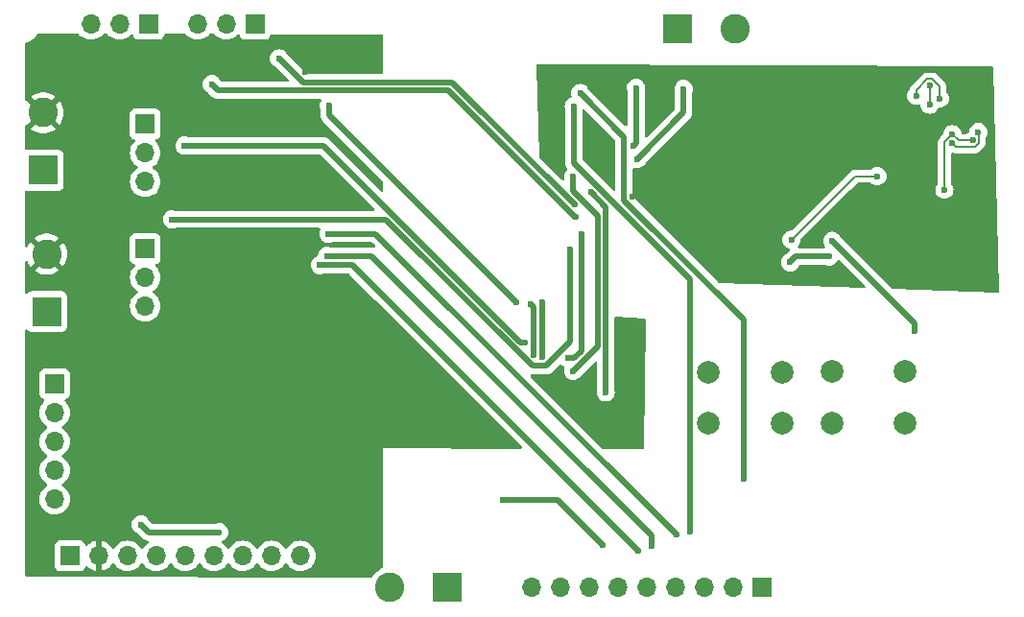
<source format=gbl>
%TF.GenerationSoftware,KiCad,Pcbnew,8.0.5*%
%TF.CreationDate,2024-11-24T13:48:28-06:00*%
%TF.ProjectId,Autonomous_Gardening_Rover_v2,4175746f-6e6f-46d6-9f75-735f47617264,rev?*%
%TF.SameCoordinates,Original*%
%TF.FileFunction,Copper,L2,Bot*%
%TF.FilePolarity,Positive*%
%FSLAX46Y46*%
G04 Gerber Fmt 4.6, Leading zero omitted, Abs format (unit mm)*
G04 Created by KiCad (PCBNEW 8.0.5) date 2024-11-24 13:48:28*
%MOMM*%
%LPD*%
G01*
G04 APERTURE LIST*
%TA.AperFunction,ComponentPad*%
%ADD10R,2.600000X2.600000*%
%TD*%
%TA.AperFunction,ComponentPad*%
%ADD11C,2.600000*%
%TD*%
%TA.AperFunction,ComponentPad*%
%ADD12R,1.700000X1.700000*%
%TD*%
%TA.AperFunction,ComponentPad*%
%ADD13O,1.700000X1.700000*%
%TD*%
%TA.AperFunction,ComponentPad*%
%ADD14C,2.000000*%
%TD*%
%TA.AperFunction,ViaPad*%
%ADD15C,0.600000*%
%TD*%
%TA.AperFunction,Conductor*%
%ADD16C,0.508000*%
%TD*%
%TA.AperFunction,Conductor*%
%ADD17C,0.127000*%
%TD*%
G04 APERTURE END LIST*
D10*
%TO.P,J8,1,Pin_1*%
%TO.N,GND*%
X57305000Y-105545000D03*
D11*
%TO.P,J8,2,Pin_2*%
%TO.N,+3V3*%
X57305000Y-100465000D03*
%TD*%
D12*
%TO.P,J1,1,Pin_1*%
%TO.N,/MOTOR2PWM*%
X66280000Y-80200000D03*
D13*
%TO.P,J1,2,Pin_2*%
%TO.N,/MOTOR2ENA*%
X63740000Y-80200000D03*
%TO.P,J1,3,Pin_3*%
%TO.N,/MOTOR2ENB*%
X61200000Y-80200000D03*
%TD*%
D12*
%TO.P,J11,1,Pin_1*%
%TO.N,/UWBMOSI*%
X58000000Y-111925000D03*
D13*
%TO.P,J11,2,Pin_2*%
%TO.N,/UWBCLK*%
X58000000Y-114465000D03*
%TO.P,J11,3,Pin_3*%
%TO.N,/UWBMISO*%
X58000000Y-117005000D03*
%TO.P,J11,4,Pin_4*%
%TO.N,/UWBCS*%
X58000000Y-119545000D03*
%TO.P,J11,5,Pin_5*%
%TO.N,/UWBINT*%
X58000000Y-122085000D03*
%TD*%
D10*
%TO.P,J6,1,Pin_1*%
%TO.N,GND*%
X92645000Y-129895000D03*
D11*
%TO.P,J6,2,Pin_2*%
%TO.N,+5V*%
X87565000Y-129895000D03*
%TD*%
D10*
%TO.P,J3,1,Pin_1*%
%TO.N,GND*%
X57000000Y-93080000D03*
D11*
%TO.P,J3,2,Pin_2*%
%TO.N,+3V3*%
X57000000Y-88000000D03*
%TD*%
D12*
%TO.P,J12,1,Pin_1*%
%TO.N,/GPIO1*%
X120440000Y-129900000D03*
D13*
%TO.P,J12,2,Pin_2*%
%TO.N,/GPIO2*%
X117900000Y-129900000D03*
%TO.P,J12,3,Pin_3*%
%TO.N,/GPIO8*%
X115360000Y-129900000D03*
%TO.P,J12,4,Pin_4*%
%TO.N,/GPIO19*%
X112820000Y-129900000D03*
%TO.P,J12,5,Pin_5*%
%TO.N,/GPIO20*%
X110280000Y-129900000D03*
%TO.P,J12,6,Pin_6*%
%TO.N,/GPIO39*%
X107740000Y-129900000D03*
%TO.P,J12,7,Pin_7*%
%TO.N,/GPIO40*%
X105200000Y-129900000D03*
%TO.P,J12,8,Pin_8*%
%TO.N,/GPIO45*%
X102660000Y-129900000D03*
%TO.P,J12,9,Pin_9*%
%TO.N,/GPIO48*%
X100120000Y-129900000D03*
%TD*%
D12*
%TO.P,J10,1,Pin_1*%
%TO.N,/pH_Sensor*%
X59350000Y-127100000D03*
D13*
%TO.P,J10,2,Pin_2*%
%TO.N,+3V3*%
X61890000Y-127100000D03*
%TO.P,J10,3,Pin_3*%
%TO.N,GND*%
X64430000Y-127100000D03*
%TO.P,J10,4,Pin_4*%
%TO.N,/temp_Sensor*%
X66970000Y-127100000D03*
%TO.P,J10,5,Pin_5*%
%TO.N,+5V*%
X69510000Y-127100000D03*
%TO.P,J10,6,Pin_6*%
%TO.N,GND*%
X72050000Y-127100000D03*
%TO.P,J10,7,Pin_7*%
%TO.N,unconnected-(J10-Pin_7-Pad7)*%
X74590000Y-127100000D03*
%TO.P,J10,8,Pin_8*%
%TO.N,unconnected-(J10-Pin_8-Pad8)*%
X77130000Y-127100000D03*
%TO.P,J10,9,Pin_9*%
%TO.N,/Moisture_Sensor_Output*%
X79670000Y-127100000D03*
%TD*%
D12*
%TO.P,J9,1,Pin_1*%
%TO.N,/MOTOR1PWM*%
X75680000Y-80200000D03*
D13*
%TO.P,J9,2,Pin_2*%
%TO.N,/MOTOR1ENA*%
X73140000Y-80200000D03*
%TO.P,J9,3,Pin_3*%
%TO.N,/MOTOR1ENB*%
X70600000Y-80200000D03*
%TD*%
D12*
%TO.P,J7,1,Pin_1*%
%TO.N,/MOTOR4PWM*%
X66000000Y-100000000D03*
D13*
%TO.P,J7,2,Pin_2*%
%TO.N,/MOTOR4ENA*%
X66000000Y-102540000D03*
%TO.P,J7,3,Pin_3*%
%TO.N,/MOTOR4ENB*%
X66000000Y-105080000D03*
%TD*%
D12*
%TO.P,J5,1,Pin_1*%
%TO.N,/MOTOR3PWM*%
X66000000Y-89000000D03*
D13*
%TO.P,J5,2,Pin_2*%
%TO.N,/MOTOR3ENA*%
X66000000Y-91540000D03*
%TO.P,J5,3,Pin_3*%
%TO.N,/MOTOR3ENB*%
X66000000Y-94080000D03*
%TD*%
D14*
%TO.P,SW1,1,1*%
%TO.N,GND*%
X122200000Y-115400000D03*
X115700000Y-115400000D03*
%TO.P,SW1,2,2*%
%TO.N,/CHIP_PU*%
X122200000Y-110900000D03*
X115700000Y-110900000D03*
%TD*%
%TO.P,SW2,1,1*%
%TO.N,GND*%
X133050000Y-115350000D03*
X126550000Y-115350000D03*
%TO.P,SW2,2,2*%
%TO.N,/GPIO0_STRAPPING*%
X133050000Y-110850000D03*
X126550000Y-110850000D03*
%TD*%
D10*
%TO.P,J4,1,Pin_1*%
%TO.N,/LINACT+*%
X112955000Y-80605000D03*
D11*
%TO.P,J4,2,Pin_2*%
%TO.N,/LINACT-*%
X118035000Y-80605000D03*
%TD*%
D15*
%TO.N,+3V3*%
X108275000Y-108125000D03*
X106675000Y-115825000D03*
X80100000Y-84400000D03*
X106325000Y-126125000D03*
X97550000Y-122200000D03*
X91700000Y-113925000D03*
X81200000Y-99900000D03*
X83000000Y-105100000D03*
%TO.N,/CHIP_PU*%
X98700000Y-104700000D03*
X82200000Y-87400000D03*
%TO.N,/GPIO0_STRAPPING*%
X133900000Y-107300000D03*
X126600000Y-99300000D03*
%TO.N,GND*%
X135300000Y-93400000D03*
X109000000Y-95400000D03*
X107100000Y-94100000D03*
X72525000Y-125000000D03*
X129200000Y-96300000D03*
X136775000Y-96975000D03*
X132800000Y-96000000D03*
X139100000Y-87900000D03*
X137925000Y-98850000D03*
X140700000Y-93900000D03*
X114500000Y-99000000D03*
X138850000Y-96925000D03*
X113700000Y-95500000D03*
X121000000Y-96200000D03*
X139775000Y-100075000D03*
X137200000Y-88000000D03*
X112100000Y-94000000D03*
X131800000Y-96900000D03*
X65600000Y-124325000D03*
X133100000Y-94300000D03*
%TO.N,/D+*%
X139500000Y-89700000D03*
X137200000Y-90700000D03*
%TO.N,/D-*%
X139000000Y-90436500D03*
X136500000Y-94800000D03*
X137200000Y-89900000D03*
%TO.N,/RTS*%
X123000000Y-99200000D03*
X130600000Y-93600000D03*
%TO.N,/MOTOR4PWM*%
X68350000Y-97400000D03*
X103500000Y-100050000D03*
%TO.N,/LINACT+*%
X109100000Y-90900000D03*
X109300000Y-85800000D03*
%TO.N,/GPIO19*%
X110675000Y-126200000D03*
X82050000Y-100625000D03*
%TO.N,/LINACT-*%
X113500000Y-85900000D03*
X109400000Y-92100000D03*
%TO.N,/GPIO1*%
X104375000Y-86250000D03*
X118800000Y-120300000D03*
%TO.N,/GPIO45*%
X101055952Y-109573545D03*
X101050000Y-104700000D03*
%TO.N,/MOTOR1PWM*%
X103887841Y-96112159D03*
X77800000Y-83200000D03*
%TO.N,/GPIO39*%
X105325000Y-95025000D03*
X106625000Y-112675000D03*
%TO.N,/GPIO40*%
X103750000Y-110800000D03*
X103750000Y-93625000D03*
%TO.N,/GPIO8*%
X112850000Y-125200000D03*
X82175000Y-98675000D03*
%TO.N,/GPIO20*%
X109500000Y-126675000D03*
X81400000Y-101450000D03*
%TO.N,/MOTOR2PWM*%
X71875000Y-85475000D03*
X103975000Y-97150000D03*
%TO.N,/GPIO48*%
X100000000Y-104850000D03*
X100275000Y-109400000D03*
%TO.N,/MOTOR3PWM*%
X103325000Y-109650000D03*
X99521000Y-108275000D03*
X69475000Y-90900000D03*
X104500000Y-98700000D03*
%TO.N,/GPIO2*%
X103800000Y-87425000D03*
X114050000Y-124975000D03*
%TO.N,Net-(Q2-Pad1)*%
X122900000Y-101200000D03*
X126300000Y-100700000D03*
%TO.N,Net-(U2-VDD)*%
X134000000Y-86500000D03*
X136100000Y-86763500D03*
%TO.N,Net-(U2-REGIN)*%
X135200000Y-85600000D03*
X135198455Y-87298455D03*
%TD*%
D16*
%TO.N,+3V3*%
X108275000Y-114225000D02*
X108275000Y-108125000D01*
X106675000Y-115825000D02*
X108275000Y-114225000D01*
X102400000Y-122200000D02*
X106325000Y-126125000D01*
X97550000Y-122200000D02*
X102400000Y-122200000D01*
%TO.N,/CHIP_PU*%
X82200000Y-88200000D02*
X82200000Y-87400000D01*
X98700000Y-104700000D02*
X82200000Y-88200000D01*
%TO.N,/GPIO0_STRAPPING*%
X133900000Y-106600000D02*
X133900000Y-107300000D01*
X126600000Y-99300000D02*
X133900000Y-106600000D01*
%TO.N,GND*%
X66275000Y-125000000D02*
X72525000Y-125000000D01*
X113700000Y-98200000D02*
X114500000Y-99000000D01*
X65600000Y-124325000D02*
X66275000Y-125000000D01*
X113700000Y-95500000D02*
X113700000Y-98200000D01*
D17*
%TO.N,/D+*%
X139500000Y-89700000D02*
X139563500Y-89763500D01*
X137500000Y-91000000D02*
X137200000Y-90700000D01*
X139233410Y-91000000D02*
X137500000Y-91000000D01*
X139563500Y-89763500D02*
X139563500Y-90669910D01*
X139563500Y-90669910D02*
X139233410Y-91000000D01*
%TO.N,/D-*%
X137736500Y-90436500D02*
X137200000Y-89900000D01*
X137200000Y-89900000D02*
X136500000Y-90600000D01*
X139000000Y-90436500D02*
X137736500Y-90436500D01*
X136500000Y-90600000D02*
X136500000Y-94800000D01*
%TO.N,/RTS*%
X130600000Y-93600000D02*
X128600000Y-93600000D01*
X128600000Y-93600000D02*
X123000000Y-99200000D01*
D16*
%TO.N,/MOTOR4PWM*%
X100136227Y-110327545D02*
X101397455Y-110327545D01*
X101397455Y-110327545D02*
X103500000Y-108225000D01*
X103500000Y-108225000D02*
X103500000Y-100050000D01*
X68350000Y-97400000D02*
X87208682Y-97400000D01*
X87208682Y-97400000D02*
X100136227Y-110327545D01*
%TO.N,/LINACT+*%
X109300000Y-90700000D02*
X109100000Y-90900000D01*
X109300000Y-85800000D02*
X109300000Y-90700000D01*
%TO.N,/GPIO19*%
X110675000Y-126200000D02*
X110675000Y-125308682D01*
X110675000Y-125308682D02*
X85991318Y-100625000D01*
X85991318Y-100625000D02*
X82050000Y-100625000D01*
%TO.N,/LINACT-*%
X113500000Y-85900000D02*
X113500000Y-88000000D01*
X113500000Y-88000000D02*
X109400000Y-92100000D01*
%TO.N,/GPIO1*%
X118800000Y-120300000D02*
X118800000Y-106266318D01*
X108246000Y-95712318D02*
X108246000Y-90121000D01*
X118800000Y-106266318D02*
X108246000Y-95712318D01*
X108246000Y-90121000D02*
X104375000Y-86250000D01*
%TO.N,/GPIO45*%
X101055952Y-104705952D02*
X101050000Y-104700000D01*
X101055952Y-109573545D02*
X101055952Y-104705952D01*
%TO.N,/MOTOR1PWM*%
X83375000Y-85300000D02*
X93075682Y-85300000D01*
X77800000Y-83200000D02*
X77833682Y-83200000D01*
X79933682Y-85300000D02*
X83375000Y-85300000D01*
X77833682Y-83200000D02*
X79933682Y-85300000D01*
X93075682Y-85300000D02*
X103887841Y-96112159D01*
%TO.N,/GPIO39*%
X106625000Y-112675000D02*
X106625000Y-96325000D01*
X106625000Y-96325000D02*
X105325000Y-95025000D01*
%TO.N,/GPIO40*%
X103750000Y-94908000D02*
X105917000Y-97075000D01*
X105917000Y-97075000D02*
X105917000Y-108633000D01*
X105917000Y-108633000D02*
X103750000Y-110800000D01*
X103750000Y-93625000D02*
X103750000Y-94908000D01*
%TO.N,/GPIO8*%
X112850000Y-125200000D02*
X86325000Y-98675000D01*
X86325000Y-98675000D02*
X82175000Y-98675000D01*
%TO.N,/GPIO20*%
X109500000Y-126675000D02*
X84275000Y-101450000D01*
X84275000Y-101450000D02*
X81400000Y-101450000D01*
%TO.N,/MOTOR2PWM*%
X72408000Y-86008000D02*
X92717364Y-86008000D01*
X103859364Y-97150000D02*
X103975000Y-97150000D01*
X92717364Y-86008000D02*
X103859364Y-97150000D01*
X71875000Y-85475000D02*
X72408000Y-86008000D01*
%TO.N,/GPIO48*%
X100275000Y-109400000D02*
X100275000Y-105125000D01*
X100275000Y-105125000D02*
X100000000Y-104850000D01*
%TO.N,/MOTOR3PWM*%
X104500000Y-109000000D02*
X104500000Y-98700000D01*
X103850000Y-109650000D02*
X104500000Y-109000000D01*
X99084946Y-108275000D02*
X99521000Y-108275000D01*
X69475000Y-90900000D02*
X81709946Y-90900000D01*
X81709946Y-90900000D02*
X99084946Y-108275000D01*
X103325000Y-109650000D02*
X103850000Y-109650000D01*
%TO.N,/GPIO2*%
X103800000Y-92433682D02*
X103800000Y-87425000D01*
X114050000Y-124975000D02*
X114050000Y-102683682D01*
X114050000Y-102683682D02*
X103800000Y-92433682D01*
%TO.N,Net-(Q2-Pad1)*%
X123400000Y-100700000D02*
X122900000Y-101200000D01*
X126300000Y-100700000D02*
X123400000Y-100700000D01*
D17*
%TO.N,Net-(U2-VDD)*%
X134963500Y-85036500D02*
X134000000Y-86000000D01*
X134000000Y-86000000D02*
X134000000Y-86500000D01*
X136100000Y-86763500D02*
X136100000Y-85703090D01*
X136100000Y-85703090D02*
X135433410Y-85036500D01*
X135433410Y-85036500D02*
X134963500Y-85036500D01*
%TO.N,Net-(U2-REGIN)*%
X135198455Y-85601545D02*
X135200000Y-85600000D01*
X135198455Y-87298455D02*
X135198455Y-85601545D01*
%TD*%
%TA.AperFunction,Conductor*%
%TO.N,+3V3*%
G36*
X110082880Y-106191570D02*
G01*
X110148332Y-106216016D01*
X110190178Y-106271968D01*
X110197958Y-106317406D01*
X110002127Y-117577682D01*
X109981280Y-117644369D01*
X109927688Y-117689199D01*
X109877665Y-117699525D01*
X106454161Y-117686255D01*
X106387199Y-117666311D01*
X106366961Y-117649937D01*
X100010751Y-111293726D01*
X99977266Y-111232403D01*
X99982250Y-111162711D01*
X100024122Y-111106778D01*
X100089586Y-111082361D01*
X100098432Y-111082045D01*
X100210539Y-111082045D01*
X101317009Y-111082045D01*
X101317029Y-111082046D01*
X101323143Y-111082046D01*
X101471769Y-111082046D01*
X101593349Y-111057860D01*
X101593349Y-111057861D01*
X101593355Y-111057858D01*
X101617535Y-111053050D01*
X101697134Y-111020079D01*
X101754844Y-110996175D01*
X101878421Y-110913604D01*
X102579792Y-110212231D01*
X102641115Y-110178747D01*
X102710806Y-110183731D01*
X102755154Y-110212232D01*
X102822738Y-110279816D01*
X102953121Y-110361741D01*
X102999412Y-110414076D01*
X103010060Y-110483129D01*
X103004191Y-110507689D01*
X102964632Y-110620742D01*
X102964630Y-110620750D01*
X102944435Y-110799996D01*
X102944435Y-110800003D01*
X102964630Y-110979249D01*
X102964631Y-110979254D01*
X103024211Y-111149523D01*
X103114820Y-111293726D01*
X103120184Y-111302262D01*
X103247738Y-111429816D01*
X103400478Y-111525789D01*
X103570745Y-111585368D01*
X103570750Y-111585369D01*
X103749996Y-111605565D01*
X103750000Y-111605565D01*
X103750004Y-111605565D01*
X103929249Y-111585369D01*
X103929252Y-111585368D01*
X103929255Y-111585368D01*
X104099522Y-111525789D01*
X104252262Y-111429816D01*
X104379816Y-111302262D01*
X104475789Y-111149522D01*
X104475789Y-111149520D01*
X104479494Y-111143625D01*
X104480299Y-111144131D01*
X104498382Y-111118641D01*
X105658819Y-109958205D01*
X105720142Y-109924720D01*
X105789834Y-109929704D01*
X105845767Y-109971576D01*
X105870184Y-110037040D01*
X105870500Y-110045886D01*
X105870500Y-112386459D01*
X105863542Y-112427414D01*
X105839631Y-112495745D01*
X105839630Y-112495750D01*
X105819435Y-112674996D01*
X105819435Y-112675003D01*
X105839630Y-112854249D01*
X105839631Y-112854254D01*
X105899211Y-113024523D01*
X105995184Y-113177262D01*
X106122738Y-113304816D01*
X106275478Y-113400789D01*
X106445745Y-113460368D01*
X106445750Y-113460369D01*
X106624996Y-113480565D01*
X106625000Y-113480565D01*
X106625004Y-113480565D01*
X106804249Y-113460369D01*
X106804252Y-113460368D01*
X106804255Y-113460368D01*
X106974522Y-113400789D01*
X107127262Y-113304816D01*
X107254816Y-113177262D01*
X107350789Y-113024522D01*
X107410368Y-112854255D01*
X107430565Y-112675000D01*
X107410368Y-112495745D01*
X107386457Y-112427413D01*
X107379500Y-112386459D01*
X107379500Y-106130253D01*
X107399185Y-106063214D01*
X107451989Y-106017459D01*
X107512395Y-106006573D01*
X110082880Y-106191570D01*
G37*
%TD.AperFunction*%
%TA.AperFunction,Conductor*%
G36*
X86233083Y-104475108D02*
G01*
X99204108Y-117446133D01*
X99237593Y-117507456D01*
X99232609Y-117577148D01*
X99190737Y-117633081D01*
X99125273Y-117657498D01*
X99115946Y-117657813D01*
X87000000Y-117610851D01*
X87000000Y-117610852D01*
X84200000Y-117600000D01*
X83800000Y-104300000D01*
X86233083Y-104475108D01*
G37*
%TD.AperFunction*%
%TD*%
%TA.AperFunction,Conductor*%
%TO.N,+3V3*%
G36*
X60057674Y-81014739D02*
G01*
X60124647Y-81034634D01*
X60158853Y-81067614D01*
X60161363Y-81071199D01*
X60161505Y-81071401D01*
X60328599Y-81238495D01*
X60425384Y-81306265D01*
X60522165Y-81374032D01*
X60522167Y-81374033D01*
X60522170Y-81374035D01*
X60736337Y-81473903D01*
X60964592Y-81535063D01*
X61141034Y-81550500D01*
X61199999Y-81555659D01*
X61200000Y-81555659D01*
X61200001Y-81555659D01*
X61258966Y-81550500D01*
X61435408Y-81535063D01*
X61663663Y-81473903D01*
X61877830Y-81374035D01*
X62071401Y-81238495D01*
X62238495Y-81071401D01*
X62238499Y-81071394D01*
X62241969Y-81067260D01*
X62243735Y-81068742D01*
X62290592Y-81031237D01*
X62338054Y-81021955D01*
X62603315Y-81022795D01*
X62670288Y-81042690D01*
X62696804Y-81068280D01*
X62698026Y-81067256D01*
X62701503Y-81071400D01*
X62787587Y-81157483D01*
X62868599Y-81238495D01*
X62965384Y-81306265D01*
X63062165Y-81374032D01*
X63062167Y-81374033D01*
X63062170Y-81374035D01*
X63276337Y-81473903D01*
X63504592Y-81535063D01*
X63681034Y-81550500D01*
X63739999Y-81555659D01*
X63740000Y-81555659D01*
X63740001Y-81555659D01*
X63798966Y-81550500D01*
X63975408Y-81535063D01*
X64203663Y-81473903D01*
X64417830Y-81374035D01*
X64611401Y-81238495D01*
X64733329Y-81116566D01*
X64794648Y-81083084D01*
X64864340Y-81088068D01*
X64920274Y-81129939D01*
X64937189Y-81160917D01*
X64986202Y-81292328D01*
X64986206Y-81292335D01*
X65072452Y-81407544D01*
X65072455Y-81407547D01*
X65187664Y-81493793D01*
X65187671Y-81493797D01*
X65322517Y-81544091D01*
X65322516Y-81544091D01*
X65329444Y-81544835D01*
X65382127Y-81550500D01*
X67177872Y-81550499D01*
X67237483Y-81544091D01*
X67372331Y-81493796D01*
X67487546Y-81407546D01*
X67573796Y-81292331D01*
X67624091Y-81157483D01*
X67624915Y-81149818D01*
X67651653Y-81085270D01*
X67709045Y-81045422D01*
X67748590Y-81039077D01*
X69483705Y-81044568D01*
X69550677Y-81064463D01*
X69570989Y-81080885D01*
X69728599Y-81238495D01*
X69825384Y-81306265D01*
X69922165Y-81374032D01*
X69922167Y-81374033D01*
X69922170Y-81374035D01*
X70136337Y-81473903D01*
X70364592Y-81535063D01*
X70541034Y-81550500D01*
X70599999Y-81555659D01*
X70600000Y-81555659D01*
X70600001Y-81555659D01*
X70658966Y-81550500D01*
X70835408Y-81535063D01*
X71063663Y-81473903D01*
X71277830Y-81374035D01*
X71471401Y-81238495D01*
X71621967Y-81087928D01*
X71683287Y-81054446D01*
X71710027Y-81051614D01*
X72031767Y-81052632D01*
X72098741Y-81072527D01*
X72119053Y-81088949D01*
X72268599Y-81238495D01*
X72365384Y-81306265D01*
X72462165Y-81374032D01*
X72462167Y-81374033D01*
X72462170Y-81374035D01*
X72676337Y-81473903D01*
X72904592Y-81535063D01*
X73081034Y-81550500D01*
X73139999Y-81555659D01*
X73140000Y-81555659D01*
X73140001Y-81555659D01*
X73198966Y-81550500D01*
X73375408Y-81535063D01*
X73603663Y-81473903D01*
X73817830Y-81374035D01*
X74011401Y-81238495D01*
X74133329Y-81116566D01*
X74194648Y-81083084D01*
X74264340Y-81088068D01*
X74320274Y-81129939D01*
X74337189Y-81160917D01*
X74386202Y-81292328D01*
X74386206Y-81292335D01*
X74472452Y-81407544D01*
X74472455Y-81407547D01*
X74587664Y-81493793D01*
X74587671Y-81493797D01*
X74722517Y-81544091D01*
X74722516Y-81544091D01*
X74729444Y-81544835D01*
X74782127Y-81550500D01*
X76577872Y-81550499D01*
X76637483Y-81544091D01*
X76772331Y-81493796D01*
X76887546Y-81407546D01*
X76973796Y-81292331D01*
X76999751Y-81222743D01*
X77026802Y-81150215D01*
X77029858Y-81151354D01*
X77057018Y-81103611D01*
X77118915Y-81071199D01*
X77143533Y-81068808D01*
X86876394Y-81099608D01*
X86943369Y-81119504D01*
X86988957Y-81172453D01*
X87000000Y-81223607D01*
X87000000Y-84421500D01*
X86980315Y-84488539D01*
X86927511Y-84534294D01*
X86876000Y-84545500D01*
X80297568Y-84545500D01*
X80230529Y-84525815D01*
X80209887Y-84509181D01*
X78492733Y-82792026D01*
X78475420Y-82770317D01*
X78429815Y-82697737D01*
X78302262Y-82570184D01*
X78149523Y-82474211D01*
X77979254Y-82414631D01*
X77979249Y-82414630D01*
X77800004Y-82394435D01*
X77799996Y-82394435D01*
X77620750Y-82414630D01*
X77620745Y-82414631D01*
X77450476Y-82474211D01*
X77297737Y-82570184D01*
X77170184Y-82697737D01*
X77074211Y-82850476D01*
X77014631Y-83020745D01*
X77014630Y-83020750D01*
X76994435Y-83199996D01*
X76994435Y-83200003D01*
X77014630Y-83379249D01*
X77014631Y-83379254D01*
X77074211Y-83549523D01*
X77170184Y-83702262D01*
X77297738Y-83829816D01*
X77354504Y-83865484D01*
X77450477Y-83925789D01*
X77474032Y-83934030D01*
X77488320Y-83939030D01*
X77535048Y-83968391D01*
X78141152Y-84574495D01*
X78608477Y-85041819D01*
X78641962Y-85103142D01*
X78636978Y-85172834D01*
X78595106Y-85228767D01*
X78529642Y-85253184D01*
X78520796Y-85253500D01*
X72771887Y-85253500D01*
X72704848Y-85233815D01*
X72684205Y-85217181D01*
X72623383Y-85156358D01*
X72605298Y-85130868D01*
X72604494Y-85131374D01*
X72560476Y-85061320D01*
X72504816Y-84972738D01*
X72377262Y-84845184D01*
X72335645Y-84819034D01*
X72224523Y-84749211D01*
X72054254Y-84689631D01*
X72054249Y-84689630D01*
X71875004Y-84669435D01*
X71874996Y-84669435D01*
X71695750Y-84689630D01*
X71695745Y-84689631D01*
X71525476Y-84749211D01*
X71372737Y-84845184D01*
X71245184Y-84972737D01*
X71149211Y-85125476D01*
X71089631Y-85295745D01*
X71089630Y-85295750D01*
X71069435Y-85474996D01*
X71069435Y-85475003D01*
X71089630Y-85654249D01*
X71089631Y-85654254D01*
X71149211Y-85824523D01*
X71187877Y-85886059D01*
X71245184Y-85977262D01*
X71372738Y-86104816D01*
X71461320Y-86160476D01*
X71531374Y-86204494D01*
X71530868Y-86205298D01*
X71556360Y-86223385D01*
X71817600Y-86484624D01*
X71817621Y-86484647D01*
X71927031Y-86594057D01*
X72004023Y-86645501D01*
X72050606Y-86676627D01*
X72050607Y-86676627D01*
X72050611Y-86676630D01*
X72131043Y-86709945D01*
X72131044Y-86709946D01*
X72154603Y-86719704D01*
X72187920Y-86733505D01*
X72187929Y-86733506D01*
X72187930Y-86733507D01*
X72212103Y-86738315D01*
X72212110Y-86738316D01*
X72333686Y-86762501D01*
X72333688Y-86762501D01*
X72488426Y-86762501D01*
X72488446Y-86762500D01*
X81430798Y-86762500D01*
X81497837Y-86782185D01*
X81543592Y-86834989D01*
X81553536Y-86904147D01*
X81535792Y-86952472D01*
X81474211Y-87050476D01*
X81414631Y-87220745D01*
X81414630Y-87220750D01*
X81394435Y-87399996D01*
X81394435Y-87400003D01*
X81414630Y-87579246D01*
X81414632Y-87579256D01*
X81438541Y-87647582D01*
X81445500Y-87688537D01*
X81445500Y-88120552D01*
X81445499Y-88120578D01*
X81445499Y-88125688D01*
X81445499Y-88274312D01*
X81445499Y-88274314D01*
X81445498Y-88274314D01*
X81474493Y-88420073D01*
X81474496Y-88420083D01*
X81531366Y-88557381D01*
X81531372Y-88557392D01*
X81613942Y-88680968D01*
X81613943Y-88680969D01*
X83025303Y-90092328D01*
X86963681Y-94030706D01*
X86997166Y-94092028D01*
X87000000Y-94118386D01*
X87000000Y-94823666D01*
X86980315Y-94890705D01*
X86927511Y-94936460D01*
X86858353Y-94946404D01*
X86794797Y-94917379D01*
X86788319Y-94911347D01*
X82190914Y-90313942D01*
X82067338Y-90231372D01*
X82067337Y-90231371D01*
X82067335Y-90231370D01*
X82067332Y-90231368D01*
X82067327Y-90231366D01*
X81953796Y-90184341D01*
X81930026Y-90174495D01*
X81928598Y-90174211D01*
X81905840Y-90169684D01*
X81784260Y-90145499D01*
X81784258Y-90145499D01*
X81635634Y-90145499D01*
X81629520Y-90145499D01*
X81629500Y-90145500D01*
X69763540Y-90145500D01*
X69722585Y-90138541D01*
X69654262Y-90114633D01*
X69654249Y-90114630D01*
X69475004Y-90094435D01*
X69474996Y-90094435D01*
X69295750Y-90114630D01*
X69295745Y-90114631D01*
X69125476Y-90174211D01*
X68972737Y-90270184D01*
X68845184Y-90397737D01*
X68749211Y-90550476D01*
X68689631Y-90720745D01*
X68689630Y-90720750D01*
X68669435Y-90899996D01*
X68669435Y-90900003D01*
X68689630Y-91079249D01*
X68689631Y-91079254D01*
X68749211Y-91249523D01*
X68803677Y-91336204D01*
X68845184Y-91402262D01*
X68972738Y-91529816D01*
X69125478Y-91625789D01*
X69227417Y-91661459D01*
X69295745Y-91685368D01*
X69295750Y-91685369D01*
X69474996Y-91705565D01*
X69475000Y-91705565D01*
X69475004Y-91705565D01*
X69654249Y-91685369D01*
X69654251Y-91685368D01*
X69654255Y-91685368D01*
X69654258Y-91685366D01*
X69654262Y-91685366D01*
X69722585Y-91661459D01*
X69763540Y-91654500D01*
X81346059Y-91654500D01*
X81413098Y-91674185D01*
X81433740Y-91690819D01*
X86176740Y-96433819D01*
X86210225Y-96495142D01*
X86205241Y-96564834D01*
X86163369Y-96620767D01*
X86097905Y-96645184D01*
X86089059Y-96645500D01*
X68638540Y-96645500D01*
X68597585Y-96638541D01*
X68529262Y-96614633D01*
X68529249Y-96614630D01*
X68350004Y-96594435D01*
X68349996Y-96594435D01*
X68170750Y-96614630D01*
X68170745Y-96614631D01*
X68000476Y-96674211D01*
X67847737Y-96770184D01*
X67720184Y-96897737D01*
X67624211Y-97050476D01*
X67564631Y-97220745D01*
X67564630Y-97220750D01*
X67544435Y-97399996D01*
X67544435Y-97400003D01*
X67564630Y-97579249D01*
X67564631Y-97579254D01*
X67624211Y-97749523D01*
X67720184Y-97902262D01*
X67847738Y-98029816D01*
X68000478Y-98125789D01*
X68102417Y-98161459D01*
X68170745Y-98185368D01*
X68170750Y-98185369D01*
X68349996Y-98205565D01*
X68350000Y-98205565D01*
X68350004Y-98205565D01*
X68529249Y-98185369D01*
X68529251Y-98185368D01*
X68529255Y-98185368D01*
X68529258Y-98185366D01*
X68529262Y-98185366D01*
X68597585Y-98161459D01*
X68638540Y-98154500D01*
X81334277Y-98154500D01*
X81401316Y-98174185D01*
X81447071Y-98226989D01*
X81457015Y-98296147D01*
X81451318Y-98319455D01*
X81389633Y-98495737D01*
X81389630Y-98495750D01*
X81369435Y-98674996D01*
X81369435Y-98675003D01*
X81389630Y-98854249D01*
X81389631Y-98854254D01*
X81449211Y-99024523D01*
X81545184Y-99177262D01*
X81672738Y-99304816D01*
X81763080Y-99361582D01*
X81793740Y-99380847D01*
X81825478Y-99400789D01*
X81927417Y-99436459D01*
X81995745Y-99460368D01*
X81995750Y-99460369D01*
X82174996Y-99480565D01*
X82175000Y-99480565D01*
X82175004Y-99480565D01*
X82354249Y-99460369D01*
X82354251Y-99460368D01*
X82354255Y-99460368D01*
X82354258Y-99460366D01*
X82354262Y-99460366D01*
X82422585Y-99436459D01*
X82463540Y-99429500D01*
X85961113Y-99429500D01*
X86028152Y-99449185D01*
X86048794Y-99465819D01*
X86260731Y-99677756D01*
X86294216Y-99739079D01*
X86289232Y-99808771D01*
X86247360Y-99864704D01*
X86181896Y-99889121D01*
X86148858Y-99887054D01*
X86065632Y-99870499D01*
X86065630Y-99870499D01*
X85917006Y-99870499D01*
X85910892Y-99870499D01*
X85910872Y-99870500D01*
X82338540Y-99870500D01*
X82297585Y-99863541D01*
X82229262Y-99839633D01*
X82229249Y-99839630D01*
X82050004Y-99819435D01*
X82049996Y-99819435D01*
X81870750Y-99839630D01*
X81870745Y-99839631D01*
X81700476Y-99899211D01*
X81547737Y-99995184D01*
X81420184Y-100122737D01*
X81324211Y-100275476D01*
X81264631Y-100445745D01*
X81264630Y-100445749D01*
X81249481Y-100580205D01*
X81222414Y-100644619D01*
X81167215Y-100683363D01*
X81050478Y-100724210D01*
X80897737Y-100820184D01*
X80770184Y-100947737D01*
X80674211Y-101100476D01*
X80614631Y-101270745D01*
X80614630Y-101270750D01*
X80594435Y-101449996D01*
X80594435Y-101450003D01*
X80614630Y-101629249D01*
X80614631Y-101629254D01*
X80674211Y-101799523D01*
X80770184Y-101952262D01*
X80897738Y-102079816D01*
X81050478Y-102175789D01*
X81152417Y-102211459D01*
X81220745Y-102235368D01*
X81220750Y-102235369D01*
X81399996Y-102255565D01*
X81400000Y-102255565D01*
X81400004Y-102255565D01*
X81579249Y-102235369D01*
X81579251Y-102235368D01*
X81579255Y-102235368D01*
X81579258Y-102235366D01*
X81579262Y-102235366D01*
X81647585Y-102211459D01*
X81688540Y-102204500D01*
X83911113Y-102204500D01*
X83978152Y-102224185D01*
X83998794Y-102240819D01*
X86233083Y-104475108D01*
X83800000Y-104300000D01*
X84200000Y-117600000D01*
X87000000Y-117610852D01*
X87000000Y-128093553D01*
X86980315Y-128160592D01*
X86927511Y-128206347D01*
X86912559Y-128212041D01*
X86905359Y-128214262D01*
X86905357Y-128214263D01*
X86662230Y-128331346D01*
X86439258Y-128483365D01*
X86241442Y-128666910D01*
X86073185Y-128877897D01*
X86040433Y-128934624D01*
X85989865Y-128982839D01*
X85932655Y-128996621D01*
X55523608Y-128900391D01*
X55456631Y-128880495D01*
X55411043Y-128827546D01*
X55400000Y-128776392D01*
X55400000Y-126202135D01*
X57999500Y-126202135D01*
X57999500Y-127997870D01*
X57999501Y-127997876D01*
X58005908Y-128057483D01*
X58056202Y-128192328D01*
X58056206Y-128192335D01*
X58142452Y-128307544D01*
X58142455Y-128307547D01*
X58257664Y-128393793D01*
X58257671Y-128393797D01*
X58392517Y-128444091D01*
X58392516Y-128444091D01*
X58399444Y-128444835D01*
X58452127Y-128450500D01*
X60247872Y-128450499D01*
X60307483Y-128444091D01*
X60442331Y-128393796D01*
X60557546Y-128307546D01*
X60643796Y-128192331D01*
X60693002Y-128060401D01*
X60734872Y-128004468D01*
X60800337Y-127980050D01*
X60868610Y-127994901D01*
X60896865Y-128016053D01*
X61018917Y-128138105D01*
X61212421Y-128273600D01*
X61426507Y-128373429D01*
X61426516Y-128373433D01*
X61640000Y-128430634D01*
X61640000Y-127533012D01*
X61697007Y-127565925D01*
X61824174Y-127600000D01*
X61955826Y-127600000D01*
X62082993Y-127565925D01*
X62140000Y-127533012D01*
X62140000Y-128430633D01*
X62353483Y-128373433D01*
X62353492Y-128373429D01*
X62567578Y-128273600D01*
X62761082Y-128138105D01*
X62928105Y-127971082D01*
X63058119Y-127785405D01*
X63112696Y-127741781D01*
X63182195Y-127734588D01*
X63244549Y-127766110D01*
X63261269Y-127785405D01*
X63391505Y-127971401D01*
X63558599Y-128138495D01*
X63655384Y-128206265D01*
X63752165Y-128274032D01*
X63752167Y-128274033D01*
X63752170Y-128274035D01*
X63966337Y-128373903D01*
X64194592Y-128435063D01*
X64371034Y-128450500D01*
X64429999Y-128455659D01*
X64430000Y-128455659D01*
X64430001Y-128455659D01*
X64488966Y-128450500D01*
X64665408Y-128435063D01*
X64893663Y-128373903D01*
X65107830Y-128274035D01*
X65301401Y-128138495D01*
X65468495Y-127971401D01*
X65598425Y-127785842D01*
X65653002Y-127742217D01*
X65722500Y-127735023D01*
X65784855Y-127766546D01*
X65801575Y-127785842D01*
X65931500Y-127971395D01*
X65931505Y-127971401D01*
X66098599Y-128138495D01*
X66195384Y-128206265D01*
X66292165Y-128274032D01*
X66292167Y-128274033D01*
X66292170Y-128274035D01*
X66506337Y-128373903D01*
X66734592Y-128435063D01*
X66911034Y-128450500D01*
X66969999Y-128455659D01*
X66970000Y-128455659D01*
X66970001Y-128455659D01*
X67028966Y-128450500D01*
X67205408Y-128435063D01*
X67433663Y-128373903D01*
X67647830Y-128274035D01*
X67841401Y-128138495D01*
X68008495Y-127971401D01*
X68138425Y-127785842D01*
X68193002Y-127742217D01*
X68262500Y-127735023D01*
X68324855Y-127766546D01*
X68341575Y-127785842D01*
X68471500Y-127971395D01*
X68471505Y-127971401D01*
X68638599Y-128138495D01*
X68735384Y-128206265D01*
X68832165Y-128274032D01*
X68832167Y-128274033D01*
X68832170Y-128274035D01*
X69046337Y-128373903D01*
X69274592Y-128435063D01*
X69451034Y-128450500D01*
X69509999Y-128455659D01*
X69510000Y-128455659D01*
X69510001Y-128455659D01*
X69568966Y-128450500D01*
X69745408Y-128435063D01*
X69973663Y-128373903D01*
X70187830Y-128274035D01*
X70381401Y-128138495D01*
X70548495Y-127971401D01*
X70678425Y-127785842D01*
X70733002Y-127742217D01*
X70802500Y-127735023D01*
X70864855Y-127766546D01*
X70881575Y-127785842D01*
X71011500Y-127971395D01*
X71011505Y-127971401D01*
X71178599Y-128138495D01*
X71275384Y-128206265D01*
X71372165Y-128274032D01*
X71372167Y-128274033D01*
X71372170Y-128274035D01*
X71586337Y-128373903D01*
X71814592Y-128435063D01*
X71991034Y-128450500D01*
X72049999Y-128455659D01*
X72050000Y-128455659D01*
X72050001Y-128455659D01*
X72108966Y-128450500D01*
X72285408Y-128435063D01*
X72513663Y-128373903D01*
X72727830Y-128274035D01*
X72921401Y-128138495D01*
X73088495Y-127971401D01*
X73218425Y-127785842D01*
X73273002Y-127742217D01*
X73342500Y-127735023D01*
X73404855Y-127766546D01*
X73421575Y-127785842D01*
X73551500Y-127971395D01*
X73551505Y-127971401D01*
X73718599Y-128138495D01*
X73815384Y-128206265D01*
X73912165Y-128274032D01*
X73912167Y-128274033D01*
X73912170Y-128274035D01*
X74126337Y-128373903D01*
X74354592Y-128435063D01*
X74531034Y-128450500D01*
X74589999Y-128455659D01*
X74590000Y-128455659D01*
X74590001Y-128455659D01*
X74648966Y-128450500D01*
X74825408Y-128435063D01*
X75053663Y-128373903D01*
X75267830Y-128274035D01*
X75461401Y-128138495D01*
X75628495Y-127971401D01*
X75758425Y-127785842D01*
X75813002Y-127742217D01*
X75882500Y-127735023D01*
X75944855Y-127766546D01*
X75961575Y-127785842D01*
X76091500Y-127971395D01*
X76091505Y-127971401D01*
X76258599Y-128138495D01*
X76355384Y-128206265D01*
X76452165Y-128274032D01*
X76452167Y-128274033D01*
X76452170Y-128274035D01*
X76666337Y-128373903D01*
X76894592Y-128435063D01*
X77071034Y-128450500D01*
X77129999Y-128455659D01*
X77130000Y-128455659D01*
X77130001Y-128455659D01*
X77188966Y-128450500D01*
X77365408Y-128435063D01*
X77593663Y-128373903D01*
X77807830Y-128274035D01*
X78001401Y-128138495D01*
X78168495Y-127971401D01*
X78298425Y-127785842D01*
X78353002Y-127742217D01*
X78422500Y-127735023D01*
X78484855Y-127766546D01*
X78501575Y-127785842D01*
X78631500Y-127971395D01*
X78631505Y-127971401D01*
X78798599Y-128138495D01*
X78895384Y-128206265D01*
X78992165Y-128274032D01*
X78992167Y-128274033D01*
X78992170Y-128274035D01*
X79206337Y-128373903D01*
X79434592Y-128435063D01*
X79611034Y-128450500D01*
X79669999Y-128455659D01*
X79670000Y-128455659D01*
X79670001Y-128455659D01*
X79728966Y-128450500D01*
X79905408Y-128435063D01*
X80133663Y-128373903D01*
X80347830Y-128274035D01*
X80541401Y-128138495D01*
X80708495Y-127971401D01*
X80844035Y-127777830D01*
X80943903Y-127563663D01*
X81005063Y-127335408D01*
X81025659Y-127100000D01*
X81005063Y-126864592D01*
X80943903Y-126636337D01*
X80844035Y-126422171D01*
X80838731Y-126414595D01*
X80708494Y-126228597D01*
X80541402Y-126061506D01*
X80541395Y-126061501D01*
X80347834Y-125925967D01*
X80347830Y-125925965D01*
X80280870Y-125894741D01*
X80133663Y-125826097D01*
X80133659Y-125826096D01*
X80133655Y-125826094D01*
X79905413Y-125764938D01*
X79905403Y-125764936D01*
X79670001Y-125744341D01*
X79669999Y-125744341D01*
X79434596Y-125764936D01*
X79434586Y-125764938D01*
X79206344Y-125826094D01*
X79206335Y-125826098D01*
X78992171Y-125925964D01*
X78992169Y-125925965D01*
X78798597Y-126061505D01*
X78631505Y-126228597D01*
X78501575Y-126414158D01*
X78446998Y-126457783D01*
X78377500Y-126464977D01*
X78315145Y-126433454D01*
X78298425Y-126414158D01*
X78168494Y-126228597D01*
X78001402Y-126061506D01*
X78001395Y-126061501D01*
X77807834Y-125925967D01*
X77807830Y-125925965D01*
X77740870Y-125894741D01*
X77593663Y-125826097D01*
X77593659Y-125826096D01*
X77593655Y-125826094D01*
X77365413Y-125764938D01*
X77365403Y-125764936D01*
X77130001Y-125744341D01*
X77129999Y-125744341D01*
X76894596Y-125764936D01*
X76894586Y-125764938D01*
X76666344Y-125826094D01*
X76666335Y-125826098D01*
X76452171Y-125925964D01*
X76452169Y-125925965D01*
X76258597Y-126061505D01*
X76091505Y-126228597D01*
X75961575Y-126414158D01*
X75906998Y-126457783D01*
X75837500Y-126464977D01*
X75775145Y-126433454D01*
X75758425Y-126414158D01*
X75628494Y-126228597D01*
X75461402Y-126061506D01*
X75461395Y-126061501D01*
X75267834Y-125925967D01*
X75267830Y-125925965D01*
X75200870Y-125894741D01*
X75053663Y-125826097D01*
X75053659Y-125826096D01*
X75053655Y-125826094D01*
X74825413Y-125764938D01*
X74825403Y-125764936D01*
X74590001Y-125744341D01*
X74589999Y-125744341D01*
X74354596Y-125764936D01*
X74354586Y-125764938D01*
X74126344Y-125826094D01*
X74126335Y-125826098D01*
X73912171Y-125925964D01*
X73912169Y-125925965D01*
X73718597Y-126061505D01*
X73551505Y-126228597D01*
X73421575Y-126414158D01*
X73366998Y-126457783D01*
X73297500Y-126464977D01*
X73235145Y-126433454D01*
X73218425Y-126414158D01*
X73088494Y-126228597D01*
X72921402Y-126061506D01*
X72921395Y-126061501D01*
X72784218Y-125965448D01*
X72740593Y-125910871D01*
X72733400Y-125841373D01*
X72764922Y-125779018D01*
X72814387Y-125746831D01*
X72821503Y-125744341D01*
X72874522Y-125725789D01*
X73027262Y-125629816D01*
X73154816Y-125502262D01*
X73250789Y-125349522D01*
X73310368Y-125179255D01*
X73310369Y-125179249D01*
X73330565Y-125000003D01*
X73330565Y-124999996D01*
X73310369Y-124820750D01*
X73310368Y-124820745D01*
X73274778Y-124719035D01*
X73250789Y-124650478D01*
X73154816Y-124497738D01*
X73027262Y-124370184D01*
X72955357Y-124325003D01*
X72874523Y-124274211D01*
X72704254Y-124214631D01*
X72704249Y-124214630D01*
X72525004Y-124194435D01*
X72524996Y-124194435D01*
X72345750Y-124214630D01*
X72345737Y-124214633D01*
X72277415Y-124238541D01*
X72236460Y-124245500D01*
X66638886Y-124245500D01*
X66571847Y-124225815D01*
X66551205Y-124209181D01*
X66348385Y-124006360D01*
X66330298Y-123980868D01*
X66329494Y-123981374D01*
X66229815Y-123822737D01*
X66102262Y-123695184D01*
X65949523Y-123599211D01*
X65779254Y-123539631D01*
X65779249Y-123539630D01*
X65600004Y-123519435D01*
X65599996Y-123519435D01*
X65420750Y-123539630D01*
X65420745Y-123539631D01*
X65250476Y-123599211D01*
X65097737Y-123695184D01*
X64970184Y-123822737D01*
X64874211Y-123975476D01*
X64814631Y-124145745D01*
X64814630Y-124145750D01*
X64794435Y-124324996D01*
X64794435Y-124325003D01*
X64814630Y-124504249D01*
X64814631Y-124504254D01*
X64874211Y-124674523D01*
X64902180Y-124719035D01*
X64970184Y-124827262D01*
X65097738Y-124954816D01*
X65169648Y-125000000D01*
X65256374Y-125054494D01*
X65255868Y-125055298D01*
X65281360Y-125073385D01*
X65684600Y-125476624D01*
X65684621Y-125476647D01*
X65794028Y-125586054D01*
X65794035Y-125586060D01*
X65917608Y-125668628D01*
X65917609Y-125668628D01*
X65917610Y-125668629D01*
X66054920Y-125725505D01*
X66054922Y-125725505D01*
X66054924Y-125725506D01*
X66079104Y-125730315D01*
X66079109Y-125730316D01*
X66139332Y-125742295D01*
X66177851Y-125749958D01*
X66239762Y-125782344D01*
X66274336Y-125843060D01*
X66270595Y-125912829D01*
X66229728Y-125969501D01*
X66224783Y-125973150D01*
X66098594Y-126061508D01*
X65931505Y-126228597D01*
X65801575Y-126414158D01*
X65746998Y-126457783D01*
X65677500Y-126464977D01*
X65615145Y-126433454D01*
X65598425Y-126414158D01*
X65468494Y-126228597D01*
X65301402Y-126061506D01*
X65301395Y-126061501D01*
X65107834Y-125925967D01*
X65107830Y-125925965D01*
X65040870Y-125894741D01*
X64893663Y-125826097D01*
X64893659Y-125826096D01*
X64893655Y-125826094D01*
X64665413Y-125764938D01*
X64665403Y-125764936D01*
X64430001Y-125744341D01*
X64429999Y-125744341D01*
X64194596Y-125764936D01*
X64194586Y-125764938D01*
X63966344Y-125826094D01*
X63966335Y-125826098D01*
X63752171Y-125925964D01*
X63752169Y-125925965D01*
X63558597Y-126061505D01*
X63391508Y-126228594D01*
X63261269Y-126414595D01*
X63206692Y-126458219D01*
X63137193Y-126465412D01*
X63074839Y-126433890D01*
X63058119Y-126414594D01*
X62928113Y-126228926D01*
X62928108Y-126228920D01*
X62761082Y-126061894D01*
X62567578Y-125926399D01*
X62353492Y-125826570D01*
X62353486Y-125826567D01*
X62140000Y-125769364D01*
X62140000Y-126666988D01*
X62082993Y-126634075D01*
X61955826Y-126600000D01*
X61824174Y-126600000D01*
X61697007Y-126634075D01*
X61640000Y-126666988D01*
X61640000Y-125769364D01*
X61639999Y-125769364D01*
X61426513Y-125826567D01*
X61426507Y-125826570D01*
X61212422Y-125926399D01*
X61212420Y-125926400D01*
X61018926Y-126061886D01*
X60896865Y-126183947D01*
X60835542Y-126217431D01*
X60765850Y-126212447D01*
X60709917Y-126170575D01*
X60693002Y-126139598D01*
X60643797Y-126007671D01*
X60643793Y-126007664D01*
X60557547Y-125892455D01*
X60557544Y-125892452D01*
X60442335Y-125806206D01*
X60442328Y-125806202D01*
X60307482Y-125755908D01*
X60307483Y-125755908D01*
X60247883Y-125749501D01*
X60247881Y-125749500D01*
X60247873Y-125749500D01*
X60247864Y-125749500D01*
X58452129Y-125749500D01*
X58452123Y-125749501D01*
X58392516Y-125755908D01*
X58257671Y-125806202D01*
X58257664Y-125806206D01*
X58142455Y-125892452D01*
X58142452Y-125892455D01*
X58056206Y-126007664D01*
X58056202Y-126007671D01*
X58005908Y-126142517D01*
X57999501Y-126202116D01*
X57999500Y-126202135D01*
X55400000Y-126202135D01*
X55400000Y-114464999D01*
X56644341Y-114464999D01*
X56644341Y-114465000D01*
X56664936Y-114700403D01*
X56664938Y-114700413D01*
X56726094Y-114928655D01*
X56726096Y-114928659D01*
X56726097Y-114928663D01*
X56825965Y-115142830D01*
X56825967Y-115142834D01*
X56961501Y-115336395D01*
X56961506Y-115336402D01*
X57128597Y-115503493D01*
X57128603Y-115503498D01*
X57314158Y-115633425D01*
X57357783Y-115688002D01*
X57364977Y-115757500D01*
X57333454Y-115819855D01*
X57314158Y-115836575D01*
X57128597Y-115966505D01*
X56961505Y-116133597D01*
X56825965Y-116327169D01*
X56825964Y-116327171D01*
X56726098Y-116541335D01*
X56726094Y-116541344D01*
X56664938Y-116769586D01*
X56664936Y-116769596D01*
X56644341Y-117004999D01*
X56644341Y-117005000D01*
X56664936Y-117240403D01*
X56664938Y-117240413D01*
X56726094Y-117468655D01*
X56726096Y-117468659D01*
X56726097Y-117468663D01*
X56792401Y-117610851D01*
X56825965Y-117682830D01*
X56825967Y-117682834D01*
X56961501Y-117876395D01*
X56961506Y-117876402D01*
X57128597Y-118043493D01*
X57128603Y-118043498D01*
X57314158Y-118173425D01*
X57357783Y-118228002D01*
X57364977Y-118297500D01*
X57333454Y-118359855D01*
X57314158Y-118376575D01*
X57128597Y-118506505D01*
X56961505Y-118673597D01*
X56825965Y-118867169D01*
X56825964Y-118867171D01*
X56726098Y-119081335D01*
X56726094Y-119081344D01*
X56664938Y-119309586D01*
X56664936Y-119309596D01*
X56644341Y-119544999D01*
X56644341Y-119545000D01*
X56664936Y-119780403D01*
X56664938Y-119780413D01*
X56726094Y-120008655D01*
X56726096Y-120008659D01*
X56726097Y-120008663D01*
X56825965Y-120222830D01*
X56825967Y-120222834D01*
X56961501Y-120416395D01*
X56961506Y-120416402D01*
X57128597Y-120583493D01*
X57128603Y-120583498D01*
X57314158Y-120713425D01*
X57357783Y-120768002D01*
X57364977Y-120837500D01*
X57333454Y-120899855D01*
X57314158Y-120916575D01*
X57128597Y-121046505D01*
X56961505Y-121213597D01*
X56825965Y-121407169D01*
X56825964Y-121407171D01*
X56726098Y-121621335D01*
X56726094Y-121621344D01*
X56664938Y-121849586D01*
X56664936Y-121849596D01*
X56644341Y-122084999D01*
X56644341Y-122085000D01*
X56664936Y-122320403D01*
X56664938Y-122320413D01*
X56726094Y-122548655D01*
X56726096Y-122548659D01*
X56726097Y-122548663D01*
X56825965Y-122762830D01*
X56825967Y-122762834D01*
X56934281Y-122917521D01*
X56961505Y-122956401D01*
X57128599Y-123123495D01*
X57225384Y-123191265D01*
X57322165Y-123259032D01*
X57322167Y-123259033D01*
X57322170Y-123259035D01*
X57536337Y-123358903D01*
X57764592Y-123420063D01*
X57952918Y-123436539D01*
X57999999Y-123440659D01*
X58000000Y-123440659D01*
X58000001Y-123440659D01*
X58039234Y-123437226D01*
X58235408Y-123420063D01*
X58463663Y-123358903D01*
X58677830Y-123259035D01*
X58871401Y-123123495D01*
X59038495Y-122956401D01*
X59174035Y-122762830D01*
X59273903Y-122548663D01*
X59335063Y-122320408D01*
X59355659Y-122085000D01*
X59335063Y-121849592D01*
X59273903Y-121621337D01*
X59174035Y-121407171D01*
X59038495Y-121213599D01*
X59038494Y-121213597D01*
X58871402Y-121046506D01*
X58871396Y-121046501D01*
X58685842Y-120916575D01*
X58642217Y-120861998D01*
X58635023Y-120792500D01*
X58666546Y-120730145D01*
X58685842Y-120713425D01*
X58708026Y-120697891D01*
X58871401Y-120583495D01*
X59038495Y-120416401D01*
X59174035Y-120222830D01*
X59273903Y-120008663D01*
X59335063Y-119780408D01*
X59355659Y-119545000D01*
X59335063Y-119309592D01*
X59273903Y-119081337D01*
X59174035Y-118867171D01*
X59038495Y-118673599D01*
X59038494Y-118673597D01*
X58871402Y-118506506D01*
X58871396Y-118506501D01*
X58685842Y-118376575D01*
X58642217Y-118321998D01*
X58635023Y-118252500D01*
X58666546Y-118190145D01*
X58685842Y-118173425D01*
X58708026Y-118157891D01*
X58871401Y-118043495D01*
X59038495Y-117876401D01*
X59174035Y-117682830D01*
X59273903Y-117468663D01*
X59335063Y-117240408D01*
X59355659Y-117005000D01*
X59335063Y-116769592D01*
X59273903Y-116541337D01*
X59174035Y-116327171D01*
X59038495Y-116133599D01*
X59038494Y-116133597D01*
X58871402Y-115966506D01*
X58871396Y-115966501D01*
X58685842Y-115836575D01*
X58642217Y-115781998D01*
X58635023Y-115712500D01*
X58666546Y-115650145D01*
X58685842Y-115633425D01*
X58708026Y-115617891D01*
X58871401Y-115503495D01*
X59038495Y-115336401D01*
X59174035Y-115142830D01*
X59273903Y-114928663D01*
X59335063Y-114700408D01*
X59355659Y-114465000D01*
X59335063Y-114229592D01*
X59273903Y-114001337D01*
X59174035Y-113787171D01*
X59038495Y-113593599D01*
X58916567Y-113471671D01*
X58883084Y-113410351D01*
X58888068Y-113340659D01*
X58929939Y-113284725D01*
X58960915Y-113267810D01*
X59092331Y-113218796D01*
X59207546Y-113132546D01*
X59293796Y-113017331D01*
X59344091Y-112882483D01*
X59350500Y-112822873D01*
X59350499Y-111027128D01*
X59344091Y-110967517D01*
X59323982Y-110913603D01*
X59293797Y-110832671D01*
X59293793Y-110832664D01*
X59207547Y-110717455D01*
X59207544Y-110717452D01*
X59092335Y-110631206D01*
X59092328Y-110631202D01*
X58957482Y-110580908D01*
X58957483Y-110580908D01*
X58897883Y-110574501D01*
X58897881Y-110574500D01*
X58897873Y-110574500D01*
X58897864Y-110574500D01*
X57102129Y-110574500D01*
X57102123Y-110574501D01*
X57042516Y-110580908D01*
X56907671Y-110631202D01*
X56907664Y-110631206D01*
X56792455Y-110717452D01*
X56792452Y-110717455D01*
X56706206Y-110832664D01*
X56706202Y-110832671D01*
X56655908Y-110967517D01*
X56649501Y-111027116D01*
X56649501Y-111027123D01*
X56649500Y-111027135D01*
X56649500Y-112822870D01*
X56649501Y-112822876D01*
X56655908Y-112882483D01*
X56706202Y-113017328D01*
X56706206Y-113017335D01*
X56792452Y-113132544D01*
X56792455Y-113132547D01*
X56907664Y-113218793D01*
X56907671Y-113218797D01*
X57039081Y-113267810D01*
X57095015Y-113309681D01*
X57119432Y-113375145D01*
X57104580Y-113443418D01*
X57083430Y-113471673D01*
X56961503Y-113593600D01*
X56825965Y-113787169D01*
X56825964Y-113787171D01*
X56726098Y-114001335D01*
X56726094Y-114001344D01*
X56664938Y-114229586D01*
X56664936Y-114229596D01*
X56644341Y-114464999D01*
X55400000Y-114464999D01*
X55400000Y-107244546D01*
X55419685Y-107177507D01*
X55472489Y-107131752D01*
X55541647Y-107121808D01*
X55605203Y-107150833D01*
X55623261Y-107170229D01*
X55647454Y-107202546D01*
X55647455Y-107202546D01*
X55647456Y-107202548D01*
X55762664Y-107288793D01*
X55762671Y-107288797D01*
X55897517Y-107339091D01*
X55897516Y-107339091D01*
X55904444Y-107339835D01*
X55957127Y-107345500D01*
X58652872Y-107345499D01*
X58712483Y-107339091D01*
X58847331Y-107288796D01*
X58962546Y-107202546D01*
X59048796Y-107087331D01*
X59099091Y-106952483D01*
X59105500Y-106892873D01*
X59105499Y-104197128D01*
X59099091Y-104137517D01*
X59063281Y-104041506D01*
X59048797Y-104002671D01*
X59048793Y-104002664D01*
X58962547Y-103887455D01*
X58962544Y-103887452D01*
X58847335Y-103801206D01*
X58847328Y-103801202D01*
X58712482Y-103750908D01*
X58712483Y-103750908D01*
X58652883Y-103744501D01*
X58652881Y-103744500D01*
X58652873Y-103744500D01*
X58652864Y-103744500D01*
X55957129Y-103744500D01*
X55957123Y-103744501D01*
X55897516Y-103750908D01*
X55762671Y-103801202D01*
X55762664Y-103801206D01*
X55647455Y-103887452D01*
X55623266Y-103919765D01*
X55567332Y-103961635D01*
X55497640Y-103966619D01*
X55436318Y-103933133D01*
X55402833Y-103871810D01*
X55400000Y-103845453D01*
X55400000Y-102539999D01*
X64644341Y-102539999D01*
X64644341Y-102540000D01*
X64664936Y-102775403D01*
X64664938Y-102775413D01*
X64726094Y-103003655D01*
X64726096Y-103003659D01*
X64726097Y-103003663D01*
X64825965Y-103217830D01*
X64825967Y-103217834D01*
X64961501Y-103411395D01*
X64961506Y-103411402D01*
X65128597Y-103578493D01*
X65128603Y-103578498D01*
X65314158Y-103708425D01*
X65357783Y-103763002D01*
X65364977Y-103832500D01*
X65333454Y-103894855D01*
X65314158Y-103911575D01*
X65128597Y-104041505D01*
X64961505Y-104208597D01*
X64825965Y-104402169D01*
X64825964Y-104402171D01*
X64726098Y-104616335D01*
X64726094Y-104616344D01*
X64664938Y-104844586D01*
X64664936Y-104844596D01*
X64644341Y-105079999D01*
X64644341Y-105080000D01*
X64664936Y-105315403D01*
X64664938Y-105315413D01*
X64726094Y-105543655D01*
X64726096Y-105543659D01*
X64726097Y-105543663D01*
X64825965Y-105757830D01*
X64825967Y-105757834D01*
X64934281Y-105912521D01*
X64961505Y-105951401D01*
X65128599Y-106118495D01*
X65225384Y-106186265D01*
X65322165Y-106254032D01*
X65322167Y-106254033D01*
X65322170Y-106254035D01*
X65536337Y-106353903D01*
X65764592Y-106415063D01*
X65952918Y-106431539D01*
X65999999Y-106435659D01*
X66000000Y-106435659D01*
X66000001Y-106435659D01*
X66039234Y-106432226D01*
X66235408Y-106415063D01*
X66463663Y-106353903D01*
X66677830Y-106254035D01*
X66871401Y-106118495D01*
X67038495Y-105951401D01*
X67174035Y-105757830D01*
X67273903Y-105543663D01*
X67335063Y-105315408D01*
X67355659Y-105080000D01*
X67335063Y-104844592D01*
X67273903Y-104616337D01*
X67174035Y-104402171D01*
X67045803Y-104219035D01*
X67038494Y-104208597D01*
X66871402Y-104041506D01*
X66871396Y-104041501D01*
X66685842Y-103911575D01*
X66642217Y-103856998D01*
X66635023Y-103787500D01*
X66666546Y-103725145D01*
X66685842Y-103708425D01*
X66708026Y-103692891D01*
X66871401Y-103578495D01*
X67038495Y-103411401D01*
X67174035Y-103217830D01*
X67273903Y-103003663D01*
X67335063Y-102775408D01*
X67355659Y-102540000D01*
X67335063Y-102304592D01*
X67273903Y-102076337D01*
X67174035Y-101862171D01*
X67038495Y-101668599D01*
X66916567Y-101546671D01*
X66883084Y-101485351D01*
X66888068Y-101415659D01*
X66929939Y-101359725D01*
X66960915Y-101342810D01*
X67092331Y-101293796D01*
X67207546Y-101207546D01*
X67293796Y-101092331D01*
X67344091Y-100957483D01*
X67350500Y-100897873D01*
X67350499Y-99102128D01*
X67344091Y-99042517D01*
X67337379Y-99024522D01*
X67293797Y-98907671D01*
X67293793Y-98907664D01*
X67207547Y-98792455D01*
X67207544Y-98792452D01*
X67092335Y-98706206D01*
X67092328Y-98706202D01*
X66957482Y-98655908D01*
X66957483Y-98655908D01*
X66897883Y-98649501D01*
X66897881Y-98649500D01*
X66897873Y-98649500D01*
X66897864Y-98649500D01*
X65102129Y-98649500D01*
X65102123Y-98649501D01*
X65042516Y-98655908D01*
X64907671Y-98706202D01*
X64907664Y-98706206D01*
X64792455Y-98792452D01*
X64792452Y-98792455D01*
X64706206Y-98907664D01*
X64706202Y-98907671D01*
X64655908Y-99042517D01*
X64649501Y-99102116D01*
X64649501Y-99102123D01*
X64649500Y-99102135D01*
X64649500Y-100897870D01*
X64649501Y-100897876D01*
X64655908Y-100957483D01*
X64706202Y-101092328D01*
X64706206Y-101092335D01*
X64792452Y-101207544D01*
X64792455Y-101207547D01*
X64907664Y-101293793D01*
X64907671Y-101293797D01*
X65039081Y-101342810D01*
X65095015Y-101384681D01*
X65119432Y-101450145D01*
X65104580Y-101518418D01*
X65083430Y-101546673D01*
X64961503Y-101668600D01*
X64825965Y-101862169D01*
X64825964Y-101862171D01*
X64726098Y-102076335D01*
X64726094Y-102076344D01*
X64664938Y-102304586D01*
X64664936Y-102304596D01*
X64644341Y-102539999D01*
X55400000Y-102539999D01*
X55400000Y-101193396D01*
X55419685Y-101126357D01*
X55472489Y-101080602D01*
X55541647Y-101070658D01*
X55605203Y-101099683D01*
X55639428Y-101148094D01*
X55678709Y-101248181D01*
X55813602Y-101481822D01*
X55867294Y-101549151D01*
X55867295Y-101549151D01*
X56703958Y-100712488D01*
X56728978Y-100772890D01*
X56800112Y-100879351D01*
X56890649Y-100969888D01*
X56997110Y-101041022D01*
X57057510Y-101066041D01*
X56219848Y-101903702D01*
X56402483Y-102028220D01*
X56402485Y-102028221D01*
X56645539Y-102145269D01*
X56645537Y-102145269D01*
X56903337Y-102224790D01*
X56903343Y-102224792D01*
X57170101Y-102264999D01*
X57170110Y-102265000D01*
X57439890Y-102265000D01*
X57439898Y-102264999D01*
X57706656Y-102224792D01*
X57706662Y-102224790D01*
X57964461Y-102145269D01*
X58207521Y-102028218D01*
X58390150Y-101903702D01*
X57552488Y-101066041D01*
X57612890Y-101041022D01*
X57719351Y-100969888D01*
X57809888Y-100879351D01*
X57881022Y-100772890D01*
X57906041Y-100712488D01*
X58742703Y-101549151D01*
X58742704Y-101549150D01*
X58796393Y-101481828D01*
X58796400Y-101481817D01*
X58931290Y-101248181D01*
X59029851Y-100997052D01*
X59029857Y-100997033D01*
X59089886Y-100734028D01*
X59089886Y-100734026D01*
X59110047Y-100465004D01*
X59110047Y-100464995D01*
X59089886Y-100195973D01*
X59089886Y-100195971D01*
X59029857Y-99932966D01*
X59029851Y-99932947D01*
X58931290Y-99681818D01*
X58931291Y-99681818D01*
X58796397Y-99448177D01*
X58742704Y-99380847D01*
X57906041Y-100217510D01*
X57881022Y-100157110D01*
X57809888Y-100050649D01*
X57719351Y-99960112D01*
X57612890Y-99888978D01*
X57552488Y-99863958D01*
X58390150Y-99026296D01*
X58207517Y-98901779D01*
X58207516Y-98901778D01*
X57964460Y-98784730D01*
X57964462Y-98784730D01*
X57706662Y-98705209D01*
X57706656Y-98705207D01*
X57439898Y-98665000D01*
X57170101Y-98665000D01*
X56903343Y-98705207D01*
X56903337Y-98705209D01*
X56645538Y-98784730D01*
X56402485Y-98901778D01*
X56402476Y-98901783D01*
X56219848Y-99026296D01*
X57057511Y-99863958D01*
X56997110Y-99888978D01*
X56890649Y-99960112D01*
X56800112Y-100050649D01*
X56728978Y-100157110D01*
X56703958Y-100217511D01*
X55867295Y-99380848D01*
X55813600Y-99448180D01*
X55678709Y-99681818D01*
X55639428Y-99781905D01*
X55596612Y-99837119D01*
X55530742Y-99860420D01*
X55462732Y-99844409D01*
X55414173Y-99794171D01*
X55400000Y-99736603D01*
X55400000Y-94980880D01*
X55419685Y-94913841D01*
X55472489Y-94868086D01*
X55541647Y-94858142D01*
X55567330Y-94864697D01*
X55592517Y-94874091D01*
X55652127Y-94880500D01*
X58347872Y-94880499D01*
X58407483Y-94874091D01*
X58542331Y-94823796D01*
X58657546Y-94737546D01*
X58743796Y-94622331D01*
X58794091Y-94487483D01*
X58800500Y-94427873D01*
X58800499Y-91732128D01*
X58794091Y-91672517D01*
X58776662Y-91625788D01*
X58744665Y-91539999D01*
X64644341Y-91539999D01*
X64644341Y-91540000D01*
X64664936Y-91775403D01*
X64664938Y-91775413D01*
X64726094Y-92003655D01*
X64726096Y-92003659D01*
X64726097Y-92003663D01*
X64825965Y-92217830D01*
X64825967Y-92217834D01*
X64961501Y-92411395D01*
X64961506Y-92411402D01*
X65128597Y-92578493D01*
X65128603Y-92578498D01*
X65314158Y-92708425D01*
X65357783Y-92763002D01*
X65364977Y-92832500D01*
X65333454Y-92894855D01*
X65314158Y-92911575D01*
X65128597Y-93041505D01*
X64961505Y-93208597D01*
X64825965Y-93402169D01*
X64825964Y-93402171D01*
X64726098Y-93616335D01*
X64726094Y-93616344D01*
X64664938Y-93844586D01*
X64664936Y-93844596D01*
X64644341Y-94079999D01*
X64644341Y-94080000D01*
X64664936Y-94315403D01*
X64664938Y-94315413D01*
X64726094Y-94543655D01*
X64726096Y-94543659D01*
X64726097Y-94543663D01*
X64816506Y-94737546D01*
X64825965Y-94757830D01*
X64825967Y-94757834D01*
X64919005Y-94890705D01*
X64961505Y-94951401D01*
X65128599Y-95118495D01*
X65225384Y-95186265D01*
X65322165Y-95254032D01*
X65322167Y-95254033D01*
X65322170Y-95254035D01*
X65536337Y-95353903D01*
X65764592Y-95415063D01*
X65952918Y-95431539D01*
X65999999Y-95435659D01*
X66000000Y-95435659D01*
X66000001Y-95435659D01*
X66039234Y-95432226D01*
X66235408Y-95415063D01*
X66463663Y-95353903D01*
X66677830Y-95254035D01*
X66871401Y-95118495D01*
X67038495Y-94951401D01*
X67174035Y-94757830D01*
X67273903Y-94543663D01*
X67335063Y-94315408D01*
X67355659Y-94080000D01*
X67335063Y-93844592D01*
X67273903Y-93616337D01*
X67174035Y-93402171D01*
X67038495Y-93208599D01*
X67038494Y-93208597D01*
X66871402Y-93041506D01*
X66871396Y-93041501D01*
X66685842Y-92911575D01*
X66642217Y-92856998D01*
X66635023Y-92787500D01*
X66666546Y-92725145D01*
X66685842Y-92708425D01*
X66708026Y-92692891D01*
X66871401Y-92578495D01*
X67038495Y-92411401D01*
X67174035Y-92217830D01*
X67273903Y-92003663D01*
X67335063Y-91775408D01*
X67355659Y-91540000D01*
X67335063Y-91304592D01*
X67273903Y-91076337D01*
X67174035Y-90862171D01*
X67075011Y-90720750D01*
X67038496Y-90668600D01*
X67038495Y-90668599D01*
X66916567Y-90546671D01*
X66883084Y-90485351D01*
X66888068Y-90415659D01*
X66929939Y-90359725D01*
X66960915Y-90342810D01*
X67092331Y-90293796D01*
X67207546Y-90207546D01*
X67293796Y-90092331D01*
X67344091Y-89957483D01*
X67350500Y-89897873D01*
X67350499Y-88102128D01*
X67344091Y-88042517D01*
X67328233Y-88000000D01*
X67293797Y-87907671D01*
X67293793Y-87907664D01*
X67207547Y-87792455D01*
X67207544Y-87792452D01*
X67092335Y-87706206D01*
X67092328Y-87706202D01*
X66957482Y-87655908D01*
X66957483Y-87655908D01*
X66897883Y-87649501D01*
X66897881Y-87649500D01*
X66897873Y-87649500D01*
X66897864Y-87649500D01*
X65102129Y-87649500D01*
X65102123Y-87649501D01*
X65042516Y-87655908D01*
X64907671Y-87706202D01*
X64907664Y-87706206D01*
X64792455Y-87792452D01*
X64792452Y-87792455D01*
X64706206Y-87907664D01*
X64706202Y-87907671D01*
X64655908Y-88042517D01*
X64649501Y-88102116D01*
X64649501Y-88102123D01*
X64649500Y-88102135D01*
X64649500Y-89897870D01*
X64649501Y-89897876D01*
X64655908Y-89957483D01*
X64706202Y-90092328D01*
X64706206Y-90092335D01*
X64792452Y-90207544D01*
X64792455Y-90207547D01*
X64907664Y-90293793D01*
X64907671Y-90293797D01*
X65039081Y-90342810D01*
X65095015Y-90384681D01*
X65119432Y-90450145D01*
X65104580Y-90518418D01*
X65083430Y-90546673D01*
X64961503Y-90668600D01*
X64825965Y-90862169D01*
X64825964Y-90862171D01*
X64726098Y-91076335D01*
X64726094Y-91076344D01*
X64664938Y-91304586D01*
X64664936Y-91304596D01*
X64644341Y-91539999D01*
X58744665Y-91539999D01*
X58743797Y-91537671D01*
X58743793Y-91537664D01*
X58657547Y-91422455D01*
X58657544Y-91422452D01*
X58542335Y-91336206D01*
X58542328Y-91336202D01*
X58407482Y-91285908D01*
X58407483Y-91285908D01*
X58347883Y-91279501D01*
X58347881Y-91279500D01*
X58347873Y-91279500D01*
X58347864Y-91279500D01*
X55652129Y-91279500D01*
X55652123Y-91279501D01*
X55592516Y-91285908D01*
X55567331Y-91295302D01*
X55497639Y-91300285D01*
X55436316Y-91266798D01*
X55402833Y-91205474D01*
X55400000Y-91179119D01*
X55400000Y-89206195D01*
X55419685Y-89139156D01*
X55472489Y-89093401D01*
X55530954Y-89082390D01*
X55562295Y-89084150D01*
X56398958Y-88247488D01*
X56423978Y-88307890D01*
X56495112Y-88414351D01*
X56585649Y-88504888D01*
X56692110Y-88576022D01*
X56752510Y-88601041D01*
X55914848Y-89438702D01*
X56097483Y-89563220D01*
X56097485Y-89563221D01*
X56340539Y-89680269D01*
X56340537Y-89680269D01*
X56598337Y-89759790D01*
X56598343Y-89759792D01*
X56865101Y-89799999D01*
X56865110Y-89800000D01*
X57134890Y-89800000D01*
X57134898Y-89799999D01*
X57401656Y-89759792D01*
X57401662Y-89759790D01*
X57659461Y-89680269D01*
X57902521Y-89563218D01*
X58085150Y-89438702D01*
X57247488Y-88601041D01*
X57307890Y-88576022D01*
X57414351Y-88504888D01*
X57504888Y-88414351D01*
X57576022Y-88307890D01*
X57601041Y-88247488D01*
X58437703Y-89084151D01*
X58437704Y-89084150D01*
X58491393Y-89016828D01*
X58491400Y-89016817D01*
X58626290Y-88783181D01*
X58724851Y-88532052D01*
X58724857Y-88532033D01*
X58784886Y-88269028D01*
X58784886Y-88269026D01*
X58805047Y-88000004D01*
X58805047Y-87999995D01*
X58784886Y-87730973D01*
X58784886Y-87730971D01*
X58724857Y-87467966D01*
X58724851Y-87467947D01*
X58626290Y-87216818D01*
X58626291Y-87216818D01*
X58491397Y-86983177D01*
X58437704Y-86915847D01*
X57601041Y-87752510D01*
X57576022Y-87692110D01*
X57504888Y-87585649D01*
X57414351Y-87495112D01*
X57307890Y-87423978D01*
X57247488Y-87398958D01*
X58085150Y-86561296D01*
X57902517Y-86436779D01*
X57902516Y-86436778D01*
X57659460Y-86319730D01*
X57659462Y-86319730D01*
X57401662Y-86240209D01*
X57401656Y-86240207D01*
X57134898Y-86200000D01*
X56865101Y-86200000D01*
X56598343Y-86240207D01*
X56598337Y-86240209D01*
X56340538Y-86319730D01*
X56097485Y-86436778D01*
X56097476Y-86436783D01*
X55914848Y-86561296D01*
X56752511Y-87398958D01*
X56692110Y-87423978D01*
X56585649Y-87495112D01*
X56495112Y-87585649D01*
X56423978Y-87692110D01*
X56398958Y-87752511D01*
X55562294Y-86915847D01*
X55530952Y-86917608D01*
X55462915Y-86901713D01*
X55414271Y-86851558D01*
X55400000Y-86793803D01*
X55400000Y-81903747D01*
X55419685Y-81836708D01*
X55472489Y-81790953D01*
X55491899Y-81783974D01*
X55596100Y-81756054D01*
X55820212Y-81663224D01*
X56030289Y-81541936D01*
X56222738Y-81394265D01*
X56394265Y-81222738D01*
X56524981Y-81052384D01*
X56581409Y-81011182D01*
X56623745Y-81003872D01*
X60057674Y-81014739D01*
G37*
%TD.AperFunction*%
%TD*%
%TA.AperFunction,Conductor*%
%TO.N,GND*%
G36*
X140679664Y-83899401D02*
G01*
X140746604Y-83919418D01*
X140792095Y-83972449D01*
X140803007Y-84020300D01*
X141296709Y-103768383D01*
X141278706Y-103835893D01*
X141227062Y-103882954D01*
X141168421Y-103895406D01*
X131989065Y-103574929D01*
X131922754Y-103552918D01*
X131905711Y-103538686D01*
X127348385Y-98981360D01*
X127330298Y-98955868D01*
X127329494Y-98956374D01*
X127262955Y-98850478D01*
X127229816Y-98797738D01*
X127102262Y-98670184D01*
X126949523Y-98574211D01*
X126779254Y-98514631D01*
X126779249Y-98514630D01*
X126600004Y-98494435D01*
X126599996Y-98494435D01*
X126420750Y-98514630D01*
X126420745Y-98514631D01*
X126250476Y-98574211D01*
X126097737Y-98670184D01*
X125970184Y-98797737D01*
X125874211Y-98950476D01*
X125814631Y-99120745D01*
X125814630Y-99120750D01*
X125794435Y-99299996D01*
X125794435Y-99300003D01*
X125814630Y-99479249D01*
X125814631Y-99479254D01*
X125874211Y-99649523D01*
X125940819Y-99755528D01*
X125959819Y-99822765D01*
X125939451Y-99889600D01*
X125886184Y-99934814D01*
X125835825Y-99945500D01*
X123685940Y-99945500D01*
X123618901Y-99925815D01*
X123573146Y-99873011D01*
X123563202Y-99803853D01*
X123592227Y-99740297D01*
X123598259Y-99733819D01*
X123629816Y-99702262D01*
X123725789Y-99549522D01*
X123785368Y-99379255D01*
X123801716Y-99234155D01*
X123828782Y-99169743D01*
X123837245Y-99160369D01*
X128197620Y-94799996D01*
X135694435Y-94799996D01*
X135694435Y-94800003D01*
X135714630Y-94979249D01*
X135714631Y-94979254D01*
X135774211Y-95149523D01*
X135870184Y-95302262D01*
X135997738Y-95429816D01*
X136150478Y-95525789D01*
X136320745Y-95585368D01*
X136320750Y-95585369D01*
X136499996Y-95605565D01*
X136500000Y-95605565D01*
X136500004Y-95605565D01*
X136679249Y-95585369D01*
X136679252Y-95585368D01*
X136679255Y-95585368D01*
X136849522Y-95525789D01*
X137002262Y-95429816D01*
X137129816Y-95302262D01*
X137225789Y-95149522D01*
X137285368Y-94979255D01*
X137299649Y-94852508D01*
X137305565Y-94800003D01*
X137305565Y-94799996D01*
X137285369Y-94620750D01*
X137285368Y-94620745D01*
X137225788Y-94450476D01*
X137184878Y-94385368D01*
X137129816Y-94297738D01*
X137100319Y-94268241D01*
X137066834Y-94206918D01*
X137064000Y-94180560D01*
X137064000Y-91628997D01*
X137083685Y-91561958D01*
X137136489Y-91516203D01*
X137193036Y-91507190D01*
X137193036Y-91505565D01*
X137206965Y-91505565D01*
X137206965Y-91506979D01*
X137268142Y-91517689D01*
X137275218Y-91521474D01*
X137282301Y-91525564D01*
X137282303Y-91525564D01*
X137282304Y-91525565D01*
X137425747Y-91564000D01*
X137425748Y-91564000D01*
X137425749Y-91564000D01*
X139307661Y-91564000D01*
X139307663Y-91564000D01*
X139451106Y-91525565D01*
X139579714Y-91451313D01*
X139684723Y-91346304D01*
X139684723Y-91346302D01*
X139694927Y-91336099D01*
X139694931Y-91336094D01*
X139899594Y-91131431D01*
X139899599Y-91131427D01*
X139909802Y-91121223D01*
X139909804Y-91121223D01*
X140014813Y-91016214D01*
X140089065Y-90887606D01*
X140091303Y-90879255D01*
X140127501Y-90744162D01*
X140127501Y-90595657D01*
X140127501Y-90588062D01*
X140127500Y-90588044D01*
X140127500Y-90241671D01*
X140146507Y-90175698D01*
X140160504Y-90153423D01*
X140225789Y-90049522D01*
X140285368Y-89879255D01*
X140286129Y-89872500D01*
X140305565Y-89700003D01*
X140305565Y-89699996D01*
X140285369Y-89520750D01*
X140285368Y-89520745D01*
X140242326Y-89397738D01*
X140225789Y-89350478D01*
X140129816Y-89197738D01*
X140002262Y-89070184D01*
X139976685Y-89054113D01*
X139849523Y-88974211D01*
X139679254Y-88914631D01*
X139679249Y-88914630D01*
X139500004Y-88894435D01*
X139499996Y-88894435D01*
X139320750Y-88914630D01*
X139320745Y-88914631D01*
X139150476Y-88974211D01*
X138997737Y-89070184D01*
X138870184Y-89197737D01*
X138774210Y-89350478D01*
X138714630Y-89520750D01*
X138703170Y-89622463D01*
X138676103Y-89686877D01*
X138645923Y-89713572D01*
X138497739Y-89806682D01*
X138497737Y-89806684D01*
X138468241Y-89836181D01*
X138406918Y-89869666D01*
X138380560Y-89872500D01*
X138113280Y-89872500D01*
X138046241Y-89852815D01*
X138000486Y-89800011D01*
X137990060Y-89762383D01*
X137985369Y-89720750D01*
X137985368Y-89720748D01*
X137985368Y-89720745D01*
X137925789Y-89550478D01*
X137829816Y-89397738D01*
X137702262Y-89270184D01*
X137549523Y-89174211D01*
X137379254Y-89114631D01*
X137379249Y-89114630D01*
X137200004Y-89094435D01*
X137199996Y-89094435D01*
X137020750Y-89114630D01*
X137020745Y-89114631D01*
X136850476Y-89174211D01*
X136697737Y-89270184D01*
X136570184Y-89397737D01*
X136474211Y-89550476D01*
X136414631Y-89720745D01*
X136414630Y-89720749D01*
X136398282Y-89865842D01*
X136371215Y-89930256D01*
X136362743Y-89939639D01*
X136153698Y-90148685D01*
X136048689Y-90253693D01*
X136048685Y-90253699D01*
X135974434Y-90382305D01*
X135974433Y-90382306D01*
X135937344Y-90520733D01*
X135937341Y-90520745D01*
X135936000Y-90525744D01*
X135936000Y-94180560D01*
X135916315Y-94247599D01*
X135899681Y-94268241D01*
X135870184Y-94297737D01*
X135774211Y-94450476D01*
X135714631Y-94620745D01*
X135714630Y-94620750D01*
X135694435Y-94799996D01*
X128197620Y-94799996D01*
X128797297Y-94200319D01*
X128858620Y-94166834D01*
X128884978Y-94164000D01*
X129980560Y-94164000D01*
X130047599Y-94183685D01*
X130068241Y-94200319D01*
X130097738Y-94229816D01*
X130158891Y-94268241D01*
X130205833Y-94297737D01*
X130250478Y-94325789D01*
X130420745Y-94385368D01*
X130420750Y-94385369D01*
X130599996Y-94405565D01*
X130600000Y-94405565D01*
X130600004Y-94405565D01*
X130779249Y-94385369D01*
X130779252Y-94385368D01*
X130779255Y-94385368D01*
X130949522Y-94325789D01*
X131102262Y-94229816D01*
X131229816Y-94102262D01*
X131325789Y-93949522D01*
X131385368Y-93779255D01*
X131402748Y-93625003D01*
X131405565Y-93600003D01*
X131405565Y-93599996D01*
X131385369Y-93420750D01*
X131385368Y-93420745D01*
X131334536Y-93275476D01*
X131325789Y-93250478D01*
X131229816Y-93097738D01*
X131102262Y-92970184D01*
X131094410Y-92965250D01*
X130949523Y-92874211D01*
X130779254Y-92814631D01*
X130779249Y-92814630D01*
X130600004Y-92794435D01*
X130599996Y-92794435D01*
X130420750Y-92814630D01*
X130420745Y-92814631D01*
X130250476Y-92874211D01*
X130097737Y-92970184D01*
X130068241Y-92999681D01*
X130006918Y-93033166D01*
X129980560Y-93036000D01*
X128525747Y-93036000D01*
X128433501Y-93060716D01*
X128433501Y-93060717D01*
X128416435Y-93065289D01*
X128382302Y-93074435D01*
X128382301Y-93074436D01*
X128253699Y-93148685D01*
X128253693Y-93148689D01*
X128148685Y-93253698D01*
X123039639Y-98362743D01*
X122978316Y-98396228D01*
X122965842Y-98398282D01*
X122820749Y-98414630D01*
X122820745Y-98414631D01*
X122650476Y-98474211D01*
X122497737Y-98570184D01*
X122370184Y-98697737D01*
X122274211Y-98850476D01*
X122214631Y-99020745D01*
X122214630Y-99020750D01*
X122194435Y-99199996D01*
X122194435Y-99200003D01*
X122214630Y-99379249D01*
X122214631Y-99379254D01*
X122274211Y-99549523D01*
X122337045Y-99649522D01*
X122370184Y-99702262D01*
X122497738Y-99829816D01*
X122650478Y-99925789D01*
X122802530Y-99978994D01*
X122859306Y-100019716D01*
X122885054Y-100084668D01*
X122871598Y-100153230D01*
X122849258Y-100183716D01*
X122813942Y-100219033D01*
X122813941Y-100219034D01*
X122813939Y-100219036D01*
X122735393Y-100297582D01*
X122581357Y-100451617D01*
X122555869Y-100469705D01*
X122556373Y-100470507D01*
X122397737Y-100570184D01*
X122270184Y-100697737D01*
X122174211Y-100850476D01*
X122114631Y-101020745D01*
X122114630Y-101020750D01*
X122094435Y-101199996D01*
X122094435Y-101200003D01*
X122114630Y-101379249D01*
X122114631Y-101379254D01*
X122174211Y-101549523D01*
X122249962Y-101670079D01*
X122270184Y-101702262D01*
X122397738Y-101829816D01*
X122550478Y-101925789D01*
X122720745Y-101985368D01*
X122720750Y-101985369D01*
X122899996Y-102005565D01*
X122900000Y-102005565D01*
X122900004Y-102005565D01*
X123079249Y-101985369D01*
X123079252Y-101985368D01*
X123079255Y-101985368D01*
X123249522Y-101925789D01*
X123402262Y-101829816D01*
X123529816Y-101702262D01*
X123625789Y-101549522D01*
X123625789Y-101549520D01*
X123629494Y-101543625D01*
X123630299Y-101544130D01*
X123648381Y-101518642D01*
X123676208Y-101490815D01*
X123737530Y-101457333D01*
X123763886Y-101454500D01*
X126011460Y-101454500D01*
X126052415Y-101461459D01*
X126120737Y-101485366D01*
X126120743Y-101485367D01*
X126120745Y-101485368D01*
X126120746Y-101485368D01*
X126120750Y-101485369D01*
X126299996Y-101505565D01*
X126300000Y-101505565D01*
X126300004Y-101505565D01*
X126479249Y-101485369D01*
X126479252Y-101485368D01*
X126479255Y-101485368D01*
X126649522Y-101425789D01*
X126802262Y-101329816D01*
X126929816Y-101202262D01*
X127025789Y-101049522D01*
X127025871Y-101049285D01*
X127027152Y-101045629D01*
X127028713Y-101043452D01*
X127028812Y-101043247D01*
X127028847Y-101043264D01*
X127067872Y-100988852D01*
X127132824Y-100963103D01*
X127201386Y-100976558D01*
X127231875Y-100998900D01*
X129506410Y-103273435D01*
X129539895Y-103334758D01*
X129534911Y-103404450D01*
X129493039Y-103460383D01*
X129427575Y-103484800D01*
X129414402Y-103485040D01*
X116688565Y-103040747D01*
X116622254Y-103018736D01*
X116605211Y-103004504D01*
X109036819Y-95436112D01*
X109003334Y-95374789D01*
X109000500Y-95348431D01*
X109000500Y-92983062D01*
X109020185Y-92916023D01*
X109072989Y-92870268D01*
X109142147Y-92860324D01*
X109165448Y-92866018D01*
X109220745Y-92885368D01*
X109220748Y-92885368D01*
X109220750Y-92885369D01*
X109399996Y-92905565D01*
X109400000Y-92905565D01*
X109400004Y-92905565D01*
X109579249Y-92885369D01*
X109579252Y-92885368D01*
X109579255Y-92885368D01*
X109749522Y-92825789D01*
X109902262Y-92729816D01*
X110029816Y-92602262D01*
X110125789Y-92449522D01*
X110125789Y-92449520D01*
X110129494Y-92443625D01*
X110130299Y-92444131D01*
X110148382Y-92418641D01*
X113980963Y-88586060D01*
X113980966Y-88586059D01*
X114086059Y-88480966D01*
X114168629Y-88357390D01*
X114168630Y-88357389D01*
X114168633Y-88357385D01*
X114225503Y-88220083D01*
X114225505Y-88220079D01*
X114234994Y-88172373D01*
X114254501Y-88074314D01*
X114254501Y-87920578D01*
X114254500Y-87920552D01*
X114254500Y-86499996D01*
X133194435Y-86499996D01*
X133194435Y-86500003D01*
X133214630Y-86679249D01*
X133214631Y-86679254D01*
X133274211Y-86849523D01*
X133332793Y-86942755D01*
X133370184Y-87002262D01*
X133497738Y-87129816D01*
X133650478Y-87225789D01*
X133820739Y-87285366D01*
X133820745Y-87285368D01*
X133820750Y-87285369D01*
X133999996Y-87305565D01*
X134000000Y-87305565D01*
X134000004Y-87305565D01*
X134179249Y-87285369D01*
X134179251Y-87285368D01*
X134179255Y-87285368D01*
X134179258Y-87285366D01*
X134179262Y-87285366D01*
X134236602Y-87265302D01*
X134306381Y-87261739D01*
X134367008Y-87296468D01*
X134399236Y-87358461D01*
X134400777Y-87368460D01*
X134413085Y-87477704D01*
X134413086Y-87477709D01*
X134472666Y-87647978D01*
X134513860Y-87713537D01*
X134568639Y-87800717D01*
X134696193Y-87928271D01*
X134848933Y-88024244D01*
X134992019Y-88074312D01*
X135019200Y-88083823D01*
X135019205Y-88083824D01*
X135198451Y-88104020D01*
X135198455Y-88104020D01*
X135198459Y-88104020D01*
X135377704Y-88083824D01*
X135377707Y-88083823D01*
X135377710Y-88083823D01*
X135547977Y-88024244D01*
X135700717Y-87928271D01*
X135828271Y-87800717D01*
X135924244Y-87647977D01*
X135924814Y-87646349D01*
X135925467Y-87645438D01*
X135927267Y-87641701D01*
X135927921Y-87642016D01*
X135965533Y-87589571D01*
X136030484Y-87563821D01*
X136055739Y-87564077D01*
X136085497Y-87567430D01*
X136099999Y-87569065D01*
X136100000Y-87569065D01*
X136100004Y-87569065D01*
X136279249Y-87548869D01*
X136279252Y-87548868D01*
X136279255Y-87548868D01*
X136449522Y-87489289D01*
X136602262Y-87393316D01*
X136729816Y-87265762D01*
X136825789Y-87113022D01*
X136885368Y-86942755D01*
X136885369Y-86942749D01*
X136905565Y-86763503D01*
X136905565Y-86763496D01*
X136885369Y-86584250D01*
X136885368Y-86584245D01*
X136883574Y-86579119D01*
X136825789Y-86413978D01*
X136795258Y-86365389D01*
X136729815Y-86261237D01*
X136700319Y-86231741D01*
X136666834Y-86170418D01*
X136664000Y-86144060D01*
X136664000Y-85787345D01*
X136664001Y-85787332D01*
X136664001Y-85628840D01*
X136664001Y-85628838D01*
X136625565Y-85485394D01*
X136613577Y-85464631D01*
X136551315Y-85356789D01*
X136551310Y-85356783D01*
X135891793Y-84697267D01*
X135891791Y-84697264D01*
X135779716Y-84585189D01*
X135779714Y-84585187D01*
X135651106Y-84510935D01*
X135507663Y-84472500D01*
X135507662Y-84472500D01*
X135045365Y-84472500D01*
X135045349Y-84472499D01*
X135037753Y-84472499D01*
X134889248Y-84472499D01*
X134757563Y-84507784D01*
X134745800Y-84510936D01*
X134617199Y-84585184D01*
X134617193Y-84585189D01*
X133548689Y-85653693D01*
X133548685Y-85653699D01*
X133474434Y-85782305D01*
X133474433Y-85782305D01*
X133462811Y-85825686D01*
X133462811Y-85825688D01*
X133442339Y-85902089D01*
X133410246Y-85957675D01*
X133370184Y-85997737D01*
X133274211Y-86150476D01*
X133214631Y-86320745D01*
X133214630Y-86320750D01*
X133194435Y-86499996D01*
X114254500Y-86499996D01*
X114254500Y-86188537D01*
X114261459Y-86147582D01*
X114285368Y-86079255D01*
X114299067Y-85957675D01*
X114305565Y-85900003D01*
X114305565Y-85899996D01*
X114285369Y-85720750D01*
X114285368Y-85720745D01*
X114225789Y-85550478D01*
X114224662Y-85548685D01*
X114162955Y-85450478D01*
X114129816Y-85397738D01*
X114002262Y-85270184D01*
X113849523Y-85174211D01*
X113679254Y-85114631D01*
X113679249Y-85114630D01*
X113500004Y-85094435D01*
X113499996Y-85094435D01*
X113320750Y-85114630D01*
X113320745Y-85114631D01*
X113150476Y-85174211D01*
X112997737Y-85270184D01*
X112870184Y-85397737D01*
X112774211Y-85550476D01*
X112714631Y-85720745D01*
X112714630Y-85720750D01*
X112694435Y-85899996D01*
X112694435Y-85900003D01*
X112714630Y-86079246D01*
X112714632Y-86079256D01*
X112717880Y-86088537D01*
X112737308Y-86144060D01*
X112738541Y-86147582D01*
X112745500Y-86188537D01*
X112745500Y-87636113D01*
X112725815Y-87703152D01*
X112709181Y-87723794D01*
X110266181Y-90166794D01*
X110204858Y-90200279D01*
X110135166Y-90195295D01*
X110079233Y-90153423D01*
X110054816Y-90087959D01*
X110054500Y-90079113D01*
X110054500Y-86088537D01*
X110061459Y-86047582D01*
X110078900Y-85997738D01*
X110085368Y-85979255D01*
X110090701Y-85931922D01*
X110105565Y-85800003D01*
X110105565Y-85799996D01*
X110085369Y-85620750D01*
X110085368Y-85620745D01*
X110085172Y-85620184D01*
X110025789Y-85450478D01*
X109929816Y-85297738D01*
X109802262Y-85170184D01*
X109713852Y-85114632D01*
X109649523Y-85074211D01*
X109479254Y-85014631D01*
X109479249Y-85014630D01*
X109300004Y-84994435D01*
X109299996Y-84994435D01*
X109120750Y-85014630D01*
X109120745Y-85014631D01*
X108950476Y-85074211D01*
X108797737Y-85170184D01*
X108670184Y-85297737D01*
X108574211Y-85450476D01*
X108514631Y-85620745D01*
X108514630Y-85620750D01*
X108494435Y-85799996D01*
X108494435Y-85800003D01*
X108514630Y-85979246D01*
X108514632Y-85979256D01*
X108538541Y-86047582D01*
X108545500Y-86088537D01*
X108545500Y-89054113D01*
X108525815Y-89121152D01*
X108473011Y-89166907D01*
X108403853Y-89176851D01*
X108340297Y-89147826D01*
X108333819Y-89141794D01*
X105123385Y-85931360D01*
X105105298Y-85905868D01*
X105104494Y-85906374D01*
X105037652Y-85799996D01*
X105004816Y-85747738D01*
X104877262Y-85620184D01*
X104766326Y-85550478D01*
X104724523Y-85524211D01*
X104554254Y-85464631D01*
X104554249Y-85464630D01*
X104375004Y-85444435D01*
X104374996Y-85444435D01*
X104195750Y-85464630D01*
X104195745Y-85464631D01*
X104025476Y-85524211D01*
X103872737Y-85620184D01*
X103745184Y-85747737D01*
X103649211Y-85900476D01*
X103589631Y-86070745D01*
X103589630Y-86070750D01*
X103569435Y-86249996D01*
X103569435Y-86250003D01*
X103589630Y-86429249D01*
X103589631Y-86429254D01*
X103617655Y-86509340D01*
X103621216Y-86579119D01*
X103586487Y-86639747D01*
X103541568Y-86667336D01*
X103450480Y-86699209D01*
X103297737Y-86795184D01*
X103170184Y-86922737D01*
X103074211Y-87075476D01*
X103014631Y-87245745D01*
X103014630Y-87245750D01*
X102994435Y-87424996D01*
X102994435Y-87425003D01*
X103014630Y-87604246D01*
X103014632Y-87604256D01*
X103038541Y-87672582D01*
X103045500Y-87713537D01*
X103045500Y-92354234D01*
X103045499Y-92354260D01*
X103045499Y-92359370D01*
X103045499Y-92507994D01*
X103045499Y-92507996D01*
X103045498Y-92507996D01*
X103074493Y-92653755D01*
X103074496Y-92653765D01*
X103131366Y-92791063D01*
X103131372Y-92791074D01*
X103203199Y-92898572D01*
X103224076Y-92965250D01*
X103205591Y-93032630D01*
X103187778Y-93055142D01*
X103120185Y-93122736D01*
X103120184Y-93122737D01*
X103024211Y-93275476D01*
X102964631Y-93445745D01*
X102964630Y-93445750D01*
X102944435Y-93624996D01*
X102944435Y-93625003D01*
X102965292Y-93810120D01*
X102953237Y-93878942D01*
X102905888Y-93930321D01*
X102838278Y-93947945D01*
X102771872Y-93926218D01*
X102754391Y-93911684D01*
X100842161Y-91999454D01*
X100808676Y-91938131D01*
X100805929Y-91916401D01*
X100504794Y-83828756D01*
X100521970Y-83761031D01*
X100573035Y-83713343D01*
X100629321Y-83700145D01*
X140679664Y-83899401D01*
G37*
%TD.AperFunction*%
%TA.AperFunction,Conductor*%
G36*
X104759703Y-87702173D02*
G01*
X104766167Y-87708192D01*
X106112089Y-89054113D01*
X107455181Y-90397205D01*
X107488666Y-90458528D01*
X107491500Y-90484886D01*
X107491500Y-94758795D01*
X107471815Y-94825834D01*
X107419011Y-94871589D01*
X107349853Y-94881533D01*
X107286297Y-94852508D01*
X107279819Y-94846476D01*
X104590819Y-92157476D01*
X104557334Y-92096153D01*
X104554500Y-92069795D01*
X104554500Y-87795886D01*
X104574185Y-87728847D01*
X104626989Y-87683092D01*
X104696147Y-87673148D01*
X104759703Y-87702173D01*
G37*
%TD.AperFunction*%
%TD*%
M02*

</source>
